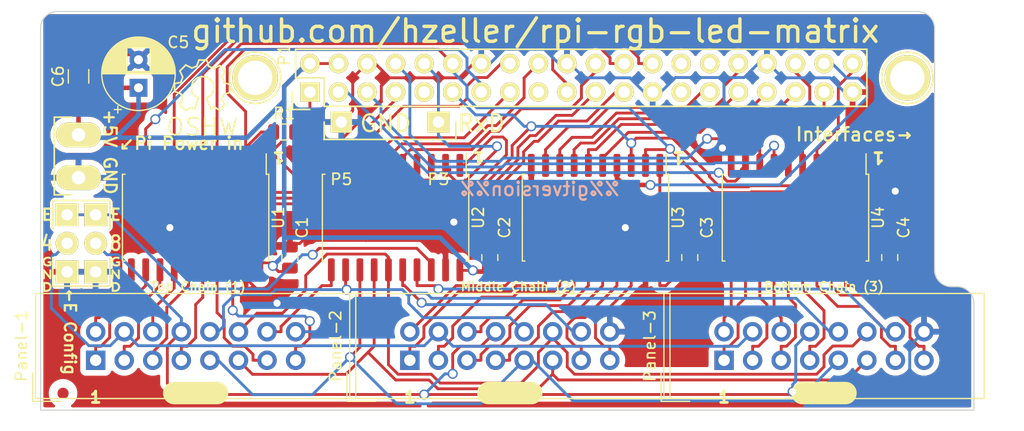
<source format=kicad_pcb>
(kicad_pcb (version 20221018) (generator pcbnew)
  (layers (0 "F.Cu" signal) (31 "B.Cu" signal) (34 "B.Paste" user) (35 "F.Paste" user) (36 "B.SilkS" user "B.Silkscreen") (37 "F.SilkS" user "F.Silkscreen") (38 "B.Mask" user) (39 "F.Mask" user) (44 "Edge.Cuts" user))
  (net 0 "")
  (net 1 "VCC")
  (net 2 "GND")
  (net 3 "p2_g1")
  (net 4 "p2_b1")
  (net 5 "strobe")
  (net 6 "p2_r1")
  (net 7 "p2_r2")
  (net 8 "p0_r1")
  (net 9 "p0_g1")
  (net 10 "OE")
  (net 11 "p0_b1")
  (net 12 "p0_r2")
  (net 13 "p0_g2")
  (net 14 "row_D")
  (net 15 "row_C")
  (net 16 "p0_b2")
  (net 17 "clock")
  (net 18 "row_B")
  (net 19 "row_A")
  (net 20 "p1_g1")
  (net 21 "p1_b1")
  (net 22 "p1_r1")
  (net 23 "p1_g2")
  (net 24 "p1_r2")
  (net 25 "p2_g2")
  (net 26 "p1_b2")
  (net 27 "p2_b2")
  (net 28 "p0_r1_buff")
  (net 29 "p0_g1_buff")
  (net 30 "p0_b1_buff")
  (net 31 "p0_r2_buff")
  (net 32 "p0_g2_buff")
  (net 33 "p0_b2_buff")
  (net 34 "row_A_buff")
  (net 35 "row_B_buff")
  (net 36 "row_C_buff")
  (net 37 "row_D_buff")
  (net 38 "clock_buff_0")
  (net 39 "strobe_buff_0")
  (net 40 "OE_buff_0")
  (net 41 "p1_r1_buff")
  (net 42 "p1_g1_buff")
  (net 43 "p1_b1_buff")
  (net 44 "p1_r2_buff")
  (net 45 "p1_g2_buf")
  (net 46 "p1_b2_buff")
  (net 47 "clock_buff_1")
  (net 48 "strobe_buff_1")
  (net 49 "OE_buff_1")
  (net 50 "p2_r1_buff")
  (net 51 "p2_g1_buff")
  (net 52 "p2_b1_buff")
  (net 53 "p2_r2_buff")
  (net 54 "p2_g2_buf")
  (net 55 "p2_b2_buff")
  (net 56 "clock_buff_2")
  (net 57 "strobe_buff_2")
  (net 58 "OE_buff_2")
  (net 59 "Net-(P1-Pad1)")
  (net 60 "row_E")
  (net 61 "Net-(P6-Pad1)")
  (net 62 "Sel-Pin4")
  (net 63 "Sel-Pin8")
  (net 64 "Net-(P1-Pad9)")
  (net 65 "Net-(P1-Pad17)")
  (net 66 "Net-(P1-Pad27)")
  (net 67 "Net-(P1-Pad28)")
  (net 68 "Net-(P1-Pad30)")
  (footprint "Capacitor_SMD:C_0805_2012Metric" (layer "F.Cu") (at 106.172 57.912 90)
    (fp_text reference "C1")
    (fp_text value "100n")
  )
  (footprint "Capacitor_SMD:C_0805_2012Metric" (layer "F.Cu") (at 123.952 57.912 90)
    (fp_text reference "C2")
    (fp_text value "100n")
  )
  (footprint "Capacitor_SMD:C_0805_2012Metric" (layer "F.Cu") (at 141.732 57.912 90)
    (fp_text reference "C3")
    (fp_text value "100n")
  )
  (footprint "Pin_Headers:Pin_Header_Straight_2x20" (layer "F.Cu") (at 107.95 43.18 90)
    (fp_text reference "P1")
    (fp_text value "CONN_02X20" hide)
  )
  (footprint "Connector_IDC:IDC-Header_2x08_P2.54mm_Vertical" (layer "F.Cu") (at 88.9 67.056 90)
    (fp_text reference "Panel-1")
    (fp_text value "CONN_02X08")
  )
  (footprint "Connector_IDC:IDC-Header_2x08_P2.54mm_Vertical" (layer "F.Cu") (at 116.84 67.056 90)
    (fp_text reference "Panel-2")
    (fp_text value "CONN_02X08")
  )
  (footprint "Connector_IDC:IDC-Header_2x08_P2.54mm_Vertical" (layer "F.Cu") (at 144.78 67.056 90)
    (fp_text reference "Panel-3")
    (fp_text value "CONN_02X08")
  )
  (footprint "Connect:1pin" (layer "F.Cu") (at 103.08 41.91)
    (fp_text reference "P20" hide)
    (fp_text value "CONN_01X01" hide)
  )
  (footprint "Connect:1pin" (layer "F.Cu") (at 161.08 41.91)
    (fp_text reference "P21" hide)
    (fp_text value "CONN_01X01" hide)
  )
  (footprint "Resistor_SMD:R_0805_2012Metric" (layer "F.Cu") (at 105.664 46.736)
    (fp_text reference "R1")
    (fp_text value "10k")
  )
  (footprint "Pin_Headers:Pin_Header_Straight_1x01" (layer "F.Cu") (at 110.744 45.847 180)
    (fp_text reference "P5")
    (fp_text value "GND")
  )
  (footprint "Capacitor_THT:CP_Radial_D6.3mm_P2.50mm" (layer "F.Cu") (at 92.71 42.799 90)
    (fp_text reference "C5")
    (fp_text value "22u")
  )
  (footprint "Pin_Headers:Pin_Header_Straight_1x01" (layer "F.Cu") (at 119.38 45.847 180)
    (fp_text reference "P3")
    (fp_text value "RxD")
  )
  (footprint "Capacitor_SMD:C_1206_3216Metric" (layer "F.Cu") (at 87.376 41.783 90)
    (fp_text reference "C6")
    (fp_text value "22u")
  )
  (footprint "Fiducials:Fiducial_1mm_Dia_2.54mm_Outer_CopperTop" (layer "F.Cu") (at 86 70)
    (fp_text reference "REF**" hide)
    (fp_text value "BottomLeft")
  )
  (footprint "Pin_Headers:Pin_Header_Straight_1x01" (layer "F.Cu") (at 87.376 46.99 90)
    (fp_text reference "P2" hide)
    (fp_text value "+5V")
  )
  (footprint "Pin_Headers:Pin_Header_Straight_1x01" (layer "F.Cu") (at 87.376 50.8 90)
    (fp_text reference "P4" hide)
    (fp_text value "GND")
  )
  (footprint "Pin_Headers:Pin_Header_Straight_1x02" (layer "F.Cu") (at 86.36 54.102 90)
    (fp_text reference "P6" hide)
    (fp_text value "CONN_01X02" hide)
  )
  (footprint "Pin_Headers:Pin_Header_Straight_1x02" (layer "F.Cu") (at 86.36 56.642 90)
    (fp_text reference "P7" hide)
    (fp_text value "CONN_02X01" hide)
  )
  (footprint "Pin_Headers:Pin_Header_Straight_1x02" (layer "F.Cu") (at 86.36 59.182 90)
    (fp_text reference "P8" hide)
    (fp_text value "CONN_01X02" hide)
  )
  (footprint "Package_SO:SOIC-20W_7.5x12.8mm_P1.27mm" (layer "F.Cu") (at 97.79 54.356 -90)
    (fp_text reference "U1")
    (fp_text value "74HCT245")
  )
  (footprint "Package_SO:SOIC-20W_7.5x12.8mm_P1.27mm" (layer "F.Cu") (at 115.57 54.356 -90)
    (fp_text reference "U2")
    (fp_text value "74HCT245")
  )
  (footprint "Package_SO:SOIC-20W_7.5x12.8mm_P1.27mm" (layer "F.Cu") (at 133.35 54.356 -90)
    (fp_text reference "U3")
    (fp_text value "74HCT245")
  )
  (footprint "Package_SO:SOIC-20W_7.5x12.8mm_P1.27mm" (layer "F.Cu") (at 151.13 54.356 -90)
    (fp_text reference "U4")
    (fp_text value "74HCT245")
  )
  (footprint "Fiducials:Fiducial_1mm_Dia_2.54mm_Outer_CopperTop" (layer "F.Cu") (at 161.7 38)
    (fp_text reference "REF**" hide)
    (fp_text value "TopRight")
  )
  (footprint "Symbols:Symbol_OSHW-Logo_SilkScreen" (layer "F.Cu") (at 98.4 42.8)
    (fp_text reference "REF**" hide)
    (fp_text value "Symbol_OSHW-Logo_SilkScreen" hide)
  )
  (footprint "Capacitor_SMD:C_0805_2012Metric" (layer "F.Cu") (at 159.512 57.912 90)
    (fp_text reference "C4")
    (fp_text value "100n")
  )
  (gr_line (start 151.765 69.977) (end 155.575 69.977) (stroke (width 2)) (layer "F.SilkS"))
  (gr_line (start 95.885 69.977) (end 99.695 69.977) (stroke (width 2)) (layer "F.SilkS"))
  (gr_line (start 123.825 69.977) (end 127.635 69.977) (stroke (width 2)) (layer "F.SilkS"))
  (gr_line (start 84 71.5) (end 84 37.5) (stroke (width 0.1)) (layer "Edge.Cuts"))
  (gr_line (start 167 71.5) (end 84 71.5) (stroke (width 0.1)) (layer "Edge.Cuts"))
  (gr_line (start 167 62) (end 167 71.5) (stroke (width 0.1)) (layer "Edge.Cuts"))
  (gr_line (start 165 60.5) (end 165.5 60.5) (stroke (width 0.1)) (layer "Edge.Cuts"))
  (gr_line (start 85.5 36) (end 162 36) (stroke (width 0.1)) (layer "Edge.Cuts"))
  (gr_arc (start 165.5 60.5) (mid 166.56066 60.93934) (end 167 62) (stroke (width 0.1)) (layer "Edge.Cuts"))
  (gr_arc (start 162 36) (mid 163.06066 36.43934) (end 163.5 37.5) (stroke (width 0.1)) (layer "Edge.Cuts"))
  (gr_arc (start 165 60.5) (mid 163.93934 60.06066) (end 163.5 59) (stroke (width 0.1)) (layer "Edge.Cuts"))
  (gr_arc (start 84 37.5) (mid 84.43934 36.43934) (end 85.5 36) (stroke (width 0.1)) (layer "Edge.Cuts"))
  (gr_line (start 163.5 37.5) (end 163.5 59) (stroke (width 0.1)) (layer "Edge.Cuts"))
  (gr_text "%%gitversion%%" (at 135.636 51.816) (layer "B.SilkS") (effects (font (size 1.2 1.2) (thickness 0.2)) (justify left mirror)))
  (gr_text "8" (at 90.678 56.642) (layer "F.SilkS") (effects (font (size 1.3 1.1) (thickness 0.2))))
  (gr_text "↙Pi Power in" (at 96.5 47.75) (layer "F.SilkS") (effects (font (size 1.1 1.1) (thickness 0.2))))
  (gr_text "←E Config" (at 86.614 64.516 270) (layer "F.SilkS") (effects (font (size 1 1) (thickness 0.2))))
  (gr_text "E" (at 84.582 54.102) (layer "F.SilkS") (effects (font (size 1 1) (thickness 0.2))))
  (gr_text "G\nN\nD" (at 84.582 59.436) (layer "F.SilkS") (effects (font (size 0.7 1) (thickness 0.175))))
  (gr_text "E" (at 90.678 54.102) (layer "F.SilkS") (effects (font (size 1 1) (thickness 0.2))))
  (gr_text "G\nN\nD" (at 90.678 59.436) (layer "F.SilkS") (effects (font (size 0.7 1) (thickness 0.175))))
  (gr_text "github.com/hzeller/rpi-rgb-led-matrix" (at 128 37.75) (layer "F.SilkS") (effects (font (size 2 2) (thickness 0.3))))
  (gr_text "Top Chain (1)" (at 98 60.5) (layer "F.SilkS") (effects (font (size 0.8 0.8))))
  (gr_text "Middle Chain (2)" (at 126.492 60.5) (layer "F.SilkS") (effects (font (size 0.8 0.8))))
  (gr_text "Interfaces→" (at 161.7 46.95) (layer "F.SilkS") (effects (font (size 1.2 1.2) (thickness 0.2)) (justify right)))
  (gr_text "1" (at 88.9 70.358) (layer "F.SilkS") (effects (font (size 1 1) (thickness 0.25))))
  (gr_text "1" (at 140.716 49.022 180) (layer "F.SilkS") (effects (font (size 1 1) (thickness 0.25))))
  (gr_text "1" (at 116.84 70.358) (layer "F.SilkS") (effects (font (size 1 1) (thickness 0.25))))
  (gr_text "1" (at 158.496 49.022 180) (layer "F.SilkS") (effects (font (size 1 1) (thickness 0.25))))
  (gr_text "1" (at 144.78 70.358) (layer "F.SilkS") (effects (font (size 1 1) (thickness 0.25))))
  (gr_text "Bottom Chain (3)\n" (at 153.67 60.5) (layer "F.SilkS") (effects (font (size 0.8 0.8))))
  (gr_text "4\n" (at 84.582 56.642) (layer "F.SilkS") (effects (font (size 1.3 1.1) (thickness 0.2))))
  (gr_text "1" (at 105.156 49.022 180) (layer "F.SilkS") (effects (font (size 1 1) (thickness 0.25))))
  (gr_text "1" (at 122.936 49.022 180) (layer "F.SilkS") (effects (font (size 1 1) (thickness 0.25))))
  (gr_text "+5V GND" (at 90.17 48.514 270) (layer "F.SilkS") (effects (font (size 1.1 1.1) (thickness 0.2))))
  (segment (start 88.36 42.799) (end 87.376 43.783) (width 0.4064) (layer "F.Cu") (net 1))
  (segment (start 122.554 59.162) (end 124.48 59.162) (width 0.4064) (layer "F.Cu") (net 1))
  (segment (start 129.54 54.102) (end 124.48 59.162) (width 0.4064) (layer "F.Cu") (net 1))
  (segment (start 129.54 54.102) (end 139.192 54.102) (width 0.4064) (layer "F.Cu") (net 1))
  (segment (start 156.845 54.229) (end 156.718 54.102) (width 0.254) (layer "F.Cu") (net 1))
  (segment (start 156.845 53.975) (end 156.718 54.102) (width 0.254) (layer "F.Cu") (net 1))
  (segment (start 143.022 59.162) (end 143.256 58.928) (width 0.254) (layer "F.Cu") (net 1))
  (segment (start 143.256 58.928) (end 143.256 54.102) (width 0.254) (layer "F.Cu") (net 1))
  (segment (start 143.256 54.102) (end 156.718 54.102) (width 0.4064) (layer "F.Cu") (net 1))
  (segment (start 139.065 54.102) (end 139.192 54.102) (width 0.254) (layer "F.Cu") (net 1))
  (segment (start 139.192 54.102) (end 143.256 54.102) (width 0.4064) (layer "F.Cu") (net 1))
  (segment (start 92.71 42.799) (end 88.36 42.799) (width 0.4064) (layer "F.Cu") (net 1))
  (segment (start 122.448 59.056) (end 122.8397 59.056) (width 0.254) (layer "F.Cu") (net 1))
  (segment (start 123.952 59.162) (end 122.9457 59.162) (width 0.254) (layer "F.Cu") (net 1))
  (segment (start 121.715258 49.656) (end 124.190759 47.180499) (width 0.254) (layer "F.Cu") (net 1))
  (segment (start 106.172 59.162) (end 105.1657 59.162) (width 0.254) (layer "F.Cu") (net 1))
  (segment (start 121.285 59.056) (end 122.448 59.056) (width 0.254) (layer "F.Cu") (net 1))
  (segment (start 156.845 51.0123) (end 156.845 53.975) (width 0.254) (layer "F.Cu") (net 1))
  (segment (start 156.845 49.656) (end 156.845 51.0123) (width 0.254) (layer "F.Cu") (net 1))
  (segment (start 156.845 58.3778) (end 156.845 57.6997) (width 0.254) (layer "F.Cu") (net 1))
  (segment (start 107.95 40.64) (end 107.696 40.64) (width 0.4064) (layer "F.Cu") (net 1))
  (segment (start 103.505 59.056) (end 103.505 58.3778) (width 0.254) (layer "F.Cu") (net 1))
  (segment (start 124.190759 47.180499) (end 125.110241 47.180499) (width 0.254) (layer "F.Cu") (net 1))
  (segment (start 125.429959 48.765783) (end 122.575721 51.620021) (width 0.254) (layer "F.Cu") (net 1))
  (segment (start 142.7383 59.162) (end 143.022 59.162) (width 0.254) (layer "F.Cu") (net 1))
  (segment (start 139.065 51.0123) (end 139.065 54.102) (width 0.254) (layer "F.Cu") (net 1))
  (segment (start 107.696 40.64) (end 105.664 42.672) (width 0.4064) (layer "F.Cu") (net 1))
  (segment (start 157.7215 58.3778) (end 158.5057 59.162) (width 0.254) (layer "F.Cu") (net 1))
  (segment (start 122.8397 59.056) (end 122.9457 59.162) (width 0.254) (layer "F.Cu") (net 1))
  (segment (start 139.065 59.056) (end 139.065 60.4123) (width 0.254) (layer "F.Cu") (net 1))
  (segment (start 87.376 43.783) (end 87.376 47.244) (width 0.4064) (layer "F.Cu") (net 1))
  (segment (start 140.7257 59.2878) (end 140.7257 59.162) (width 0.254) (layer "F.Cu") (net 1))
  (segment (start 105.664 42.672) (end 105.664 47.382046) (width 0.254) (layer "F.Cu") (net 1))
  (segment (start 111.814621 51.620021) (end 111.7564 51.5618) (width 0.254) (layer "F.Cu") (net 1))
  (segment (start 104.6595 58.6558) (end 105.1657 59.162) (width 0.254) (layer "F.Cu") (net 1))
  (segment (start 141.732 59.162) (end 142.7383 59.162) (width 0.254) (layer "F.Cu") (net 1))
  (segment (start 156.845 57.6997) (end 156.845 54.229) (width 0.254) (layer "F.Cu") (net 1))
  (segment (start 139.6012 60.4123) (end 140.7257 59.2878) (width 0.254) (layer "F.Cu") (net 1))
  (segment (start 139.065 60.4123) (end 139.6012 60.4123) (width 0.254) (layer "F.Cu") (net 1))
  (segment (start 159.512 59.162) (end 158.5057 59.162) (width 0.254) (layer "F.Cu") (net 1))
  (segment (start 125.429959 47.500217) (end 125.429959 48.765783) (width 0.254) (layer "F.Cu") (net 1))
  (segment (start 104.3815 58.3778) (end 104.6595 58.6558) (width 0.254) (layer "F.Cu") (net 1))
  (segment (start 156.845 59.056) (end 156.845 58.3778) (width 0.254) (layer "F.Cu") (net 1))
  (segment (start 156.845 58.3778) (end 157.7215 58.3778) (width 0.254) (layer "F.Cu") (net 1))
  (segment (start 105.664 47.382046) (end 104.5845 48.461546) (width 0.254) (layer "F.Cu") (net 1))
  (segment (start 111.7564 51.5618) (end 107.5698 51.5618) (width 0.254) (layer "F.Cu") (net 1))
  (segment (start 103.505 58.3778) (end 104.3815 58.3778) (width 0.254) (layer "F.Cu") (net 1))
  (segment (start 104.5845 48.461546) (end 104.5845 48.5765) (width 0.254) (layer "F.Cu") (net 1))
  (segment (start 122.448 59.056) (end 122.554 59.162) (width 0.4064) (layer "F.Cu") (net 1))
  (segment (start 104.5845 48.5765) (end 103.505 49.656) (width 0.4064) (layer "F.Cu") (net 1))
  (segment (start 122.575721 51.620021) (end 111.814621 51.620021) (width 0.254) (layer "F.Cu") (net 1))
  (segment (start 107.95 40.64) (end 110.49 40.64) (width 0.254) (layer "F.Cu") (net 1))
  (segment (start 141.732 59.162) (end 140.7257 59.162) (width 0.254) (layer "F.Cu") (net 1))
  (segment (start 107.5698 51.5618) (end 104.5845 48.5765) (width 0.254) (layer "F.Cu") (net 1))
  (segment (start 125.110241 47.180499) (end 125.429959 47.500217) (width 0.254) (layer "F.Cu") (net 1))
  (segment (start 139.065 49.656) (end 139.065 51.0123) (width 0.254) (layer "F.Cu") (net 1))
  (segment (start 121.285 49.656) (end 121.715258 49.656) (width 0.254) (layer "F.Cu") (net 1))
  (via (at 104.6595 58.6558) (size 0.889) (drill 0.635) (layers "F.Cu" "B.Cu") (net 1))
  (via (at 122.448 59.056) (size 0.889) (drill 0.635) (layers "F.Cu" "B.Cu") (net 1))
  (segment (start 92.71 45.212) (end 90.678 47.244) (width 0.4064) (layer "B.Cu") (net 1))
  (segment (start 90.678 47.244) (end 90.805 47.117) (width 0.4064) (layer "B.Cu") (net 1))
  (segment (start 90.805 47.117) (end 90.805 47.244) (width 0.4064) (layer "B.Cu") (net 1))
  (segment (start 90.805 47.244) (end 102.362 47.244) (width 0.4064) (layer "B.Cu") (net 1))
  (segment (start 105.664 57.6513) (end 105.664 56.134) (width 0.4064) (layer "B.Cu") (net 1))
  (segment (start 105.664 42.672) (end 107.188 41.148) (width 0.4064) (layer "B.Cu") (net 1))
  (segment (start 107.188 41.148) (end 107.442 41.148) (width 0.4064) (layer "B.Cu") (net 1))
  (segment (start 107.442 41.148) (end 107.95 40.64) (width 0.4064) (layer "B.Cu") (net 1))
  (segment (start 119.526 56.134) (end 105.664 56.134) (width 0.4064) (layer "B.Cu") (net 1))
  (segment (start 105.664 56.134) (end 105.664 47.244) (width 0.4064) (layer "B.Cu") (net 1))
  (segment (start 105.664 47.244) (end 105.664 43.942) (width 0.4064) (layer "B.Cu") (net 1))
  (segment (start 102.362 47.244) (end 105.664 43.942) (width 0.4064) (layer "B.Cu") (net 1))
  (segment (start 105.664 43.942) (end 105.664 42.672) (width 0.4064) (layer "B.Cu") (net 1))
  (segment (start 92.71 42.799) (end 92.71 45.212) (width 0.4064) (layer "B.Cu") (net 1))
  (segment (start 89.662 47.244) (end 90.805 47.244) (width 0.4064) (layer "B.Cu") (net 1))
  (segment (start 87.376 47.244) (end 89.662 47.244) (width 0.4064) (layer "B.Cu") (net 1))
  (segment (start 104.6595 58.6558) (end 105.664 57.6513) (width 0.4064) (layer "B.Cu") (net 1))
  (segment (start 122.448 59.056) (end 119.526 56.134) (width 0.4064) (layer "B.Cu") (net 1))
  (segment (start 92.075 54.5) (end 92.075 51.0123) (width 0.254) (layer "F.Cu") (net 2))
  (segment (start 94.75 54.5) (end 95.5 55.25) (width 0.4064) (layer "F.Cu") (net 2))
  (segment (start 159.512 52) (end 159.512 56.662) (width 0.254) (layer "F.Cu") (net 2))
  (segment (start 113.7591 40.64) (end 113.03 40.64) (width 0.254) (layer "F.Cu") (net 2))
  (segment (start 122.4997 40.64) (end 121.9451 41.1946) (width 0.254) (layer "F.Cu") (net 2))
  (segment (start 92.194 39.783) (end 92.71 40.299) (width 0.4064) (layer "F.Cu") (net 2))
  (segment (start 111.76 41.91) (end 111.76 44.831) (width 0.254) (layer "F.Cu") (net 2))
  (segment (start 111.76 44.831) (end 110.744 45.847) (width 0.254) (layer "F.Cu") (net 2))
  (segment (start 106.172 56.662) (end 103.2727 56.662) (width 0.254) (layer "F.Cu") (net 2))
  (segment (start 87.376 39.783) (end 92.194 39.783) (width 0.4064) (layer "F.Cu") (net 2))
  (segment (start 103.2727 56.662) (end 102.235 57.6997) (width 0.254) (layer "F.Cu") (net 2))
  (segment (start 102.235 59.731) (end 104.48 61.976) (width 0.254) (layer "F.Cu") (net 2))
  (segment (start 122.55 56.55) (end 120.75 54.75) (width 0.4064) (layer "F.Cu") (net 2))
  (segment (start 102.235 59.056) (end 102.235 59.731) (width 0.254) (layer "F.Cu") (net 2))
  (segment (start 92.075 57.1913) (end 92.075 54.5) (width 0.254) (layer "F.Cu") (net 2))
  (segment (start 113.7591 40.64) (end 114.2749 41.1558) (width 0.254) (layer "F.Cu") (net 2))
  (segment (start 121.2297 41.91) (end 115.0291 41.91) (width 0.254) (layer "F.Cu") (net 2))
  (segment (start 124.9583 53.689) (end 124.9583 56.662) (width 0.254) (layer "F.Cu") (net 2))
  (segment (start 137.412 56.662) (end 137.412 58.623) (width 0.4064) (layer "F.Cu") (net 2))
  (segment (start 159.512 47.7269) (end 159.512 52) (width 0.254) (layer "F.Cu") (net 2))
  (segment (start 109.855 49.656) (end 109.855 48.2997) (width 0.254) (layer "F.Cu") (net 2))
  (segment (start 114.3 43.8547) (end 114.3 42.6391) (width 0.254) (layer "F.Cu") (net 2))
  (segment (start 120.015 59.056) (end 120.015 57.6997) (width 0.254) (layer "F.Cu") (net 2))
  (segment (start 127.635 49.656) (end 127.635 51.0123) (width 0.254) (layer "F.Cu") (net 2))
  (segment (start 137.4788 60.4123) (end 137.795 60.4123) (width 0.254) (layer "F.Cu") (net 2))
  (segment (start 92.075 54.5) (end 94.75 54.5) (width 0.4064) (layer "F.Cu") (net 2))
  (segment (start 156.21 44.4249) (end 159.512 47.7269) (width 0.254) (layer "F.Cu") (net 2))
  (segment (start 104.48 61.976) (end 105.029 61.976) (width 0.254) (layer "F.Cu") (net 2))
  (segment (start 159.512 56.9745) (end 160.66921 58.13171) (width 0.4064) (layer "F.Cu") (net 2))
  (segment (start 123.952 56.662) (end 124.9583 56.662) (width 0.254) (layer "F.Cu") (net 2))
  (segment (start 122.9206 56.662) (end 122.90375 56.67885) (width 0.4064) (layer "F.Cu") (net 2))
  (segment (start 122.67885 56.67885) (end 122.55 56.55) (width 0.4064) (layer "F.Cu") (net 2))
  (segment (start 114.3 42.6391) (end 115.0291 41.91) (width 0.254) (layer "F.Cu") (net 2))
  (segment (start 123.19 40.64) (end 122.4997 40.64) (width 0.254) (layer "F.Cu") (net 2))
  (segment (start 112.924863 56.387991) (end 112.920851 56.383979) (width 0.254) (layer "F.Cu") (net 2))
  (segment (start 160.66921 59.91921) (end 161.125 60.375) (width 0.4064) (layer "F.Cu") (net 2))
  (segment (start 121.9451 41.1946) (end 121.2297 41.91) (width 0.254) (layer "F.Cu") (net 2))
  (segment (start 155.575 59.056) (end 155.575 60.4123) (width 0.254) (layer "F.Cu") (net 2))
  (segment (start 156.21 43.18) (end 156.21 44.4249) (width 0.254) (layer "F.Cu") (net 2))
  (segment (start 107.051 56.662) (end 106.172 56.662) (width 0.254) (layer "F.Cu") (net 2))
  (segment (start 118.703291 56.387991) (end 112.924863 56.387991) (width 0.254) (layer "F.Cu") (net 2))
  (segment (start 92.075 57.1913) (end 101.7266 57.1913) (width 0.254) (layer "F.Cu") (net 2))
  (segment (start 122.387991 56.387991) (end 122.55 56.55) (width 0.4064) (layer "F.Cu") (net 2))
  (segment (start 112.920851 56.383979) (end 107.329021 56.383979) (width 0.254) (layer "F.Cu") (net 2))
  (segment (start 137.795 58.5049) (end 137.795 59.056) (width 0.254) (layer "F.Cu") (net 2))
  (segment (start 92.075 49.656) (end 92.075 51.0123) (width 0.254) (layer "F.Cu") (net 2))
  (segment (start 114.2749 41.1558) (end 115.0291 41.91) (width 0.254) (layer "F.Cu") (net 2))
  (segment (start 113.03 40.64) (end 111.76 41.91) (width 0.254) (layer "F.Cu") (net 2))
  (segment (start 161.125 60.375) (end 162.56 61.81) (width 0.4064) (layer "F.Cu") (net 2))
  (segment (start 161.0877 60.4123) (end 161.125 60.375) (width 0.254) (layer "F.Cu") (net 2))
  (segment (start 118.703291 56.387991) (end 122.387991 56.387991) (width 0.4064) (layer "F.Cu") (net 2))
  (segment (start 141.732 56.662) (end 137.412 56.662) (width 0.4064) (layer "F.Cu") (net 2))
  (segment (start 109.855 48.2997) (end 114.3 43.8547) (width 0.254) (layer "F.Cu") (net 2))
  (segment (start 144.7741 48.2997) (end 145.415 48.2997) (width 0.254) (layer "F.Cu") (net 2))
  (segment (start 137.412 58.623) (end 137.795 59.006) (width 0.4064) (layer "F.Cu") (net 2))
  (segment (start 134.62 64.516) (end 134.62 63.2711) (width 0.254) (layer "F.Cu") (net 2))
  (segment (start 107.329021 56.383979) (end 107.051 56.662) (width 0.254) (layer "F.Cu") (net 2))
  (segment (start 137.795 59.056) (end 137.795 60.4123) (width 0.254) (layer "F.Cu") (net 2))
  (segment (start 162.56 61.81) (end 162.56 64.516) (width 0.4064) (layer "F.Cu") (net 2))
  (segment (start 145.415 49.656) (end 145.415 48.2997) (width 0.254) (layer "F.Cu") (net 2))
  (segment (start 134.62 63.2711) (end 137.4788 60.4123) (width 0.254) (layer "F.Cu") (net 2))
  (segment (start 160.66921 58.13171) (end 160.66921 59.91921) (width 0.4064) (layer "F.Cu") (net 2))
  (segment (start 123.952 56.662) (end 122.9206 56.662) (width 0.4064) (layer "F.Cu") (net 2))
  (segment (start 122.90375 56.67885) (end 122.67885 56.67885) (width 0.4064) (layer "F.Cu") (net 2))
  (segment (start 120.015 57.6997) (end 118.703291 56.387991) (width 0.254) (layer "F.Cu") (net 2))
  (segment (start 137.412 56.662) (end 136 55.25) (width 0.4064) (layer "F.Cu") (net 2))
  (segment (start 102.235 59.056) (end 102.235 57.6997) (width 0.254) (layer "F.Cu") (net 2))
  (segment (start 101.7266 57.1913) (end 102.235 57.6997) (width 0.254) (layer "F.Cu") (net 2))
  (segment (start 155.575 60.4123) (end 161.0877 60.4123) (width 0.254) (layer "F.Cu") (net 2))
  (segment (start 159.512 52) (end 160 52) (width 0.254) (layer "F.Cu") (net 2))
  (segment (start 127.635 51.0123) (end 124.9583 53.689) (width 0.254) (layer "F.Cu") (net 2))
  (segment (start 144.6344 48.16) (end 144.7741 48.2997) (width 0.254) (layer "F.Cu") (net 2))
  (via (at 120.75 54.75) (size 0.889) (drill 0.635) (layers "F.Cu" "B.Cu") (net 2))
  (via (at 136 55.25) (size 0.889) (drill 0.635) (layers "F.Cu" "B.Cu") (net 2))
  (via (at 95.5 55.25) (size 0.889) (drill 0.635) (layers "F.Cu" "B.Cu") (net 2))
  (via (at 160 52) (size 0.889) (drill 0.635) (layers "F.Cu" "B.Cu") (net 2))
  (via (at 144.6344 48.16) (size 0.889) (drill 0.635) (layers "F.Cu" "B.Cu") (net 2))
  (via (at 105.029 61.976) (size 0.889) (drill 0.635) (layers "F.Cu" "B.Cu") (net 2))
  (segment (start 123.9681 40.64) (end 123.19 40.64) (width 0.254) (layer "B.Cu") (net 2))
  (segment (start 136.398 41.91) (end 136.4309 41.91) (width 0.254) (layer "B.Cu") (net 2))
  (segment (start 137.668 43.18) (end 138.43 43.18) (width 0.254) (layer "B.Cu") (net 2))
  (segment (start 139.1591 43.18) (end 138.43 43.18) (width 0.254) (layer "B.Cu") (net 2))
  (segment (start 154.95645 42.65555) (end 154.9651 42.6642) (width 0.254) (layer "B.Cu") (net 2))
  (segment (start 155.4809 43.18) (end 156.21 43.18) (width 0.254) (layer "B.Cu") (net 2))
  (segment (start 129.55645 40.11555) (end 129.5651 40.1242) (width 0.254) (layer "B.Cu") (net 2))
  (segment (start 130.0809 40.64) (end 130.81 40.64) (width 0.254) (layer "B.Cu") (net 2))
  (segment (start 147.812 40.64) (end 148.59 40.64) (width 0.254) (layer "B.Cu") (net 2))
  (segment (start 105.657617 61.976) (end 107.95 61.976) (width 0.254) (layer "B.Cu") (net 2))
  (segment (start 154.95645 42.65555) (end 155.4809 43.18) (width 0.254) (layer "B.Cu") (net 2))
  (segment (start 106.68 64.516) (end 108.966 64.516) (width 0.254) (layer "B.Cu") (net 2))
  (segment (start 105.029 61.976) (end 105.657617 61.976) (width 0.254) (layer "B.Cu") (net 2))
  (segment (start 149.987 41.91) (end 154.2109 41.91) (width 0.254) (layer "B.Cu") (net 2))
  (segment (start 161.29 65.786) (end 161.29 69.596) (width 0.254) (layer "B.Cu") (net 2))
  (segment (start 124.4349 40.1732) (end 125.2331 39.375) (width 0.254) (layer "B.Cu") (net 2))
  (segment (start 136.398 41.91) (end 137.668 43.18) (width 0.254) (layer "B.Cu") (net 2))
  (segment (start 129.55645 40.11555) (end 130.0809 40.64) (width 0.254) (layer "B.Cu") (net 2))
  (segment (start 140.4542 41.8849) (end 144.78 41.8849) (width 0.254) (layer "B.Cu") (net 2))
  (segment (start 132.334 41.91) (end 136.398 41.91) (width 0.254) (layer "B.Cu") (net 2))
  (segment (start 108.966 64.516) (end 109.347 64.135) (width 0.254) (layer "B.Cu") (net 2))
  (segment (start 128.8159 39.375) (end 129.55645 40.11555) (width 0.254) (layer "B.Cu") (net 2))
  (segment (start 162.56 64.516) (end 161.315 65.761) (width 0.254) (layer "B.Cu") (net 2))
  (segment (start 147.3451 41.1069) (end 146.5671 41.8849) (width 0.254) (layer "B.Cu") (net 2))
  (segment (start 130.81 40.64) (end 130.937 40.513) (width 0.254) (layer "B.Cu") (net 2))
  (segment (start 146.5671 41.8849) (end 144.78 41.8849) (width 0.254) (layer "B.Cu") (net 2))
  (segment (start 144.78 48.0144) (end 144.6344 48.16) (width 0.254) (layer "B.Cu") (net 2))
  (segment (start 147.812 40.64) (end 147.3451 41.1069) (width 0.254) (layer "B.Cu") (net 2))
  (segment (start 144.78 41.8849) (end 144.78 48.0144) (width 0.254) (layer "B.Cu") (net 2))
  (segment (start 130.937 40.513) (end 132.334 41.91) (width 0.254) (layer "B.Cu") (net 2))
  (segment (start 148.59 40.64) (end 148.6535 40.5765) (width 0.254) (layer "B.Cu") (net 2))
  (segment (start 148.6535 40.5765) (end 149.987 41.91) (width 0.254) (layer "B.Cu") (net 2))
  (segment (start 140.4542 41.8849) (end 139.6749 42.6642) (width 0.254) (layer "B.Cu") (net 2))
  (segment (start 154.2109 41.91) (end 154.95645 42.65555) (width 0.254) (layer "B.Cu") (net 2))
  (segment (start 109.347 64.135) (end 109.347 63.373) (width 0.254) (layer "B.Cu") (net 2))
  (segment (start 148.6535 40.5765) (end 148.717 40.513) (width 0.254) (layer "B.Cu") (net 2))
  (segment (start 139.1591 43.18) (end 139.6749 42.6642) (width 0.254) (layer "B.Cu") (net 2))
  (segment (start 130.937 40.513) (end 131.064 40.386) (width 0.254) (layer "B.Cu") (net 2))
  (segment (start 125.2331 39.375) (end 128.8159 39.375) (width 0.254) (layer "B.Cu") (net 2))
  (segment (start 161.315 65.761) (end 161.29 65.786) (width 0.254) (layer "B.Cu") (net 2))
  (segment (start 107.95 61.976) (end 109.347 63.373) (width 0.254) (layer "B.Cu") (net 2))
  (segment (start 123.9681 40.64) (end 124.4349 40.1732) (width 0.254) (layer "B.Cu") (net 2))
  (segment (start 146.685 49.706) (end 146.31429 50.07671) (width 0.254) (layer "F.Cu") (net 3))
  (segment (start 145.045046 51.11201) (end 144.754499 50.821463) (width 0.254) (layer "F.Cu") (net 3))
  (segment (start 144.31 50.3507) (end 144.31 50.3996) (width 0.254) (layer "F.Cu") (net 3))
  (segment (start 146.31429 50.07671) (end 146.31429 50.582674) (width 0.254) (layer "F.Cu") (net 3))
  (segment (start 145.784954 51.11201) (end 145.045046 51.11201) (width 0.254) (layer "F.Cu") (net 3))
  (segment (start 146.31429 50.582674) (end 145.784954 51.11201) (width 0.254) (layer "F.Cu") (net 3))
  (segment (start 144.754499 50.821463) (end 144.754499 50.795199) (width 0.254) (layer "F.Cu") (net 3))
  (segment (start 144.754499 50.795199) (end 144.31 50.3507) (width 0.254) (layer "F.Cu") (net 3))
  (via (at 144.31 50.3507) (size 0.889) (drill 0.635) (layers "F.Cu" "B.Cu") (net 3))
  (segment (start 111.2681 43.18) (end 110.49 43.18) (width 0.254) (layer "B.Cu") (net 3))
  (segment (start 111.7349 43.6468) (end 111.76805 43.67995) (width 0.254) (layer "B.Cu") (net 3))
  (segment (start 143.681383 50.3507) (end 144.31 50.3507) (width 0.254) (layer "B.Cu") (net 3))
  (segment (start 111.76805 43.67995) (end 111.2681 43.18) (width 0.254) (layer "B.Cu") (net 3))
  (segment (start 111.76805 43.67995) (end 118.443621 50.355521) (width 0.254) (layer "B.Cu") (net 3))
  (segment (start 125.150089 50.355521) (end 125.15491 50.3507) (width 0.254) (layer "B.Cu") (net 3))
  (segment (start 125.15491 50.3507) (end 143.681383 50.3507) (width 0.254) (layer "B.Cu") (net 3))
  (segment (start 118.443621 50.355521) (end 125.150089 50.355521) (width 0.254) (layer "B.Cu") (net 3))
  (segment (start 149.225 49.656) (end 149.225 47.951) (width 0.254) (layer "F.Cu") (net 4))
  (via (at 149.225 47.951) (size 0.889) (drill 0.635) (layers "F.Cu" "B.Cu") (net 4))
  (segment (start 125.346876 49.5673) (end 125.066665 49.847511) (width 0.254) (layer "B.Cu") (net 4))
  (segment (start 114.2749 44.4249) (end 113.893599 44.043599) (width 0.254) (layer "B.Cu") (net 4))
  (segment (start 114.2749 45.3774) (end 114.2749 44.4249) (width 0.254) (layer "B.Cu") (net 4))
  (segment (start 118.745011 49.847511) (end 114.2749 45.3774) (width 0.254) (layer "B.Cu") (net 4))
  (segment (start 149.225 47.951) (end 147.6999 49.4761) (width 0.254) (layer "B.Cu") (net 4))
  (segment (start 147.6999 49.4761) (end 143.968 49.4761) (width 0.254) (layer "B.Cu") (net 4))
  (segment (start 143.968 49.4761) (end 143.8768 49.5673) (width 0.254) (layer "B.Cu") (net 4))
  (segment (start 125.066665 49.847511) (end 118.745011 49.847511) (width 0.254) (layer "B.Cu") (net 4))
  (segment (start 113.893599 44.043599) (end 113.03 43.18) (width 0.254) (layer "B.Cu") (net 4))
  (segment (start 143.8768 49.5673) (end 125.346876 49.5673) (width 0.254) (layer "B.Cu") (net 4))
  (segment (start 115.57 43.8547) (end 115.57 43.18) (width 0.254) (layer "F.Cu") (net 5))
  (segment (start 118.0377 51.0123) (end 118.745 51.0123) (width 0.254) (layer "F.Cu") (net 5))
  (segment (start 114.95485 44.46985) (end 111.125 48.2997) (width 0.254) (layer "F.Cu") (net 5))
  (segment (start 118.745 49.656) (end 118.745 51.0123) (width 0.254) (layer "F.Cu") (net 5))
  (segment (start 117.475 51.0123) (end 118.0377 51.0123) (width 0.254) (layer "F.Cu") (net 5))
  (segment (start 114.95485 44.46985) (end 115.57 43.8547) (width 0.254) (layer "F.Cu") (net 5))
  (segment (start 117.475 49.656) (end 117.475 51.0123) (width 0.254) (layer "F.Cu") (net 5))
  (segment (start 112.025046 51.11201) (end 117.93799 51.11201) (width 0.254) (layer "F.Cu") (net 5))
  (segment (start 114.9998 44.4249) (end 114.95485 44.46985) (width 0.254) (layer "F.Cu") (net 5))
  (segment (start 111.125 48.2997) (end 111.125 51.0123) (width 0.254) (layer "F.Cu") (net 5))
  (segment (start 111.125 51.0123) (end 111.925336 51.0123) (width 0.254) (layer "F.Cu") (net 5))
  (segment (start 111.925336 51.0123) (end 112.025046 51.11201) (width 0.254) (layer "F.Cu") (net 5))
  (segment (start 117.93799 51.11201) (end 118.0377 51.0123) (width 0.254) (layer "F.Cu") (net 5))
  (segment (start 147.955 49.656) (end 147.955 48.2997) (width 0.254) (layer "F.Cu") (net 6))
  (segment (start 146.9874 47.3321) (end 143.2704 47.3321) (width 0.254) (layer "F.Cu") (net 6))
  (segment (start 147.955 48.2997) (end 146.9874 47.3321) (width 0.254) (layer "F.Cu") (net 6))
  (via (at 143.2704 47.3321) (size 0.889) (drill 0.635) (layers "F.Cu" "B.Cu") (net 6))
  (segment (start 125.136842 49.0589) (end 141.5436 49.0589) (width 0.254) (layer "B.Cu") (net 6))
  (segment (start 142.825901 47.776599) (end 143.2704 47.3321) (width 0.254) (layer "B.Cu") (net 6))
  (segment (start 124.856241 49.339501) (end 125.136842 49.0589) (width 0.254) (layer "B.Cu") (net 6))
  (segment (start 119.189501 49.339501) (end 124.856241 49.339501) (width 0.254) (layer "B.Cu") (net 6))
  (segment (start 116.84 46.99) (end 119.189501 49.339501) (width 0.254) (layer "B.Cu") (net 6))
  (segment (start 141.5436 49.0589) (end 142.825901 47.776599) (width 0.254) (layer "B.Cu") (net 6))
  (segment (start 116.84 41.91) (end 116.84 46.99) (width 0.254) (layer "B.Cu") (net 6))
  (segment (start 115.57 40.64) (end 116.84 41.91) (width 0.254) (layer "B.Cu") (net 6))
  (segment (start 151.765 49.656) (end 151.765 48.2997) (width 0.254) (layer "F.Cu") (net 7))
  (segment (start 153.67 46.3947) (end 153.67 44.4249) (width 0.254) (layer "F.Cu") (net 7))
  (segment (start 153.67 43.18) (end 153.67 44.4249) (width 0.254) (layer "F.Cu") (net 7))
  (segment (start 151.765 48.2997) (end 153.67 46.3947) (width 0.254) (layer "F.Cu") (net 7))
  (segment (start 134.6239 43.6919) (end 134.6451 43.6707) (width 0.254) (layer "F.Cu") (net 8))
  (segment (start 135.1358 43.18) (end 135.89 43.18) (width 0.254) (layer "F.Cu") (net 8))
  (segment (start 128.241667 47.561511) (end 130.045078 45.7581) (width 0.254) (layer "F.Cu") (net 8))
  (segment (start 97.4132 53.1292) (end 111.168492 53.1292) (width 0.254) (layer "F.Cu") (net 8))
  (segment (start 126.953992 48.495008) (end 127.887488 47.561512) (width 0.254) (layer "F.Cu") (net 8))
  (segment (start 132.5577 45.7581) (end 134.6239 43.6919) (width 0.254) (layer "F.Cu") (net 8))
  (segment (start 111.168492 53.1292) (end 111.221334 53.182042) (width 0.254) (layer "F.Cu") (net 8))
  (segment (start 123.169008 53.182042) (end 126.953992 49.397058) (width 0.254) (layer "F.Cu") (net 8))
  (segment (start 94.615 49.656) (end 94.615 50.331) (width 0.254) (layer "F.Cu") (net 8))
  (segment (start 130.045078 45.7581) (end 132.5577 45.7581) (width 0.254) (layer "F.Cu") (net 8))
  (segment (start 94.615 50.331) (end 97.4132 53.1292) (width 0.254) (layer "F.Cu") (net 8))
  (segment (start 127.887488 47.561512) (end 128.241667 47.561511) (width 0.254) (layer "F.Cu") (net 8))
  (segment (start 111.221334 53.182042) (end 123.169008 53.182042) (width 0.254) (layer "F.Cu") (net 8))
  (segment (start 134.6239 43.6919) (end 135.1358 43.18) (width 0.254) (layer "F.Cu") (net 8))
  (segment (start 126.953992 49.397058) (end 126.953992 48.495008) (width 0.254) (layer "F.Cu") (net 8))
  (segment (start 93.345 46.4573) (end 94.208 45.5943) (width 0.254) (layer "F.Cu") (net 9))
  (segment (start 93.345 46.4573) (end 93.345 49.656) (width 0.254) (layer "F.Cu") (net 9))
  (via (at 94.208 45.5943) (size 0.889) (drill 0.635) (layers "F.Cu" "B.Cu") (net 9))
  (segment (start 123.19 42.4509) (end 123.19 43.18) (width 0.254) (layer "B.Cu") (net 9))
  (segment (start 100.4073 39.395) (end 121.1695 39.395) (width 0.254) (layer "B.Cu") (net 9))
  (segment (start 121.1695 39.395) (end 121.9198 40.1453) (width 0.254) (layer "B.Cu") (net 9))
  (segment (start 121.9198 40.1453) (end 121.9198 41.1807) (width 0.254) (layer "B.Cu") (net 9))
  (segment (start 121.9198 41.1807) (end 122.6742 41.9351) (width 0.254) (layer "B.Cu") (net 9))
  (segment (start 123.19 42.4509) (end 122.6742 41.9351) (width 0.254) (layer "B.Cu") (net 9))
  (segment (start 94.208 45.5943) (end 100.4073 39.395) (width 0.254) (layer "B.Cu") (net 9))
  (segment (start 103.632 46.736) (end 102.235 48.133) (width 0.254) (layer "F.Cu") (net 10))
  (segment (start 102.235 48.133) (end 102.235 49.656) (width 0.254) (layer "F.Cu") (net 10))
  (segment (start 120.15005 40.14005) (end 120.65 40.64) (width 0.254) (layer "F.Cu") (net 10))
  (segment (start 119.3856 39.3756) (end 120.65 40.64) (width 0.254) (layer "F.Cu") (net 10))
  (segment (start 137.795 48.2997) (end 139.9067 48.2997) (width 0.254) (layer "F.Cu") (net 10))
  (segment (start 118.6075 39.3756) (end 119.3856 39.3756) (width 0.254) (layer "F.Cu") (net 10))
  (segment (start 154.5266 52.0607) (end 155.575 51.0123) (width 0.254) (layer "F.Cu") (net 10))
  (segment (start 100.603 40.9164) (end 100.603 43.28) (width 0.254) (layer "F.Cu") (net 10))
  (segment (start 139.9739 48.2325) (end 143.869431 52.128031) (width 0.254) (layer "F.Cu") (net 10))
  (segment (start 100.603 43.28) (end 102.235 44.912) (width 0.254) (layer "F.Cu") (net 10))
  (segment (start 147.226172 52.0607) (end 154.5266 52.0607) (width 0.254) (layer "F.Cu") (net 10))
  (segment (start 147.158841 52.128031) (end 147.226172 52.0607) (width 0.254) (layer "F.Cu") (net 10))
  (segment (start 155.575 51.0123) (end 155.575 49.656) (width 0.254) (layer "F.Cu") (net 10))
  (segment (start 104.314 46.736) (end 103.632 46.736) (width 0.254) (layer "F.Cu") (net 10))
  (segment (start 143.869431 52.128031) (end 147.158841 52.128031) (width 0.254) (layer "F.Cu") (net 10))
  (segment (start 118.6075 39.3756) (end 102.1438 39.3756) (width 0.254) (layer "F.Cu") (net 10))
  (segment (start 139.9067 48.2997) (end 139.9739 48.2325) (width 0.254) (layer "F.Cu") (net 10))
  (segment (start 102.235 49.656) (end 102.235 44.912) (width 0.254) (layer "F.Cu") (net 10))
  (segment (start 137.795 49.656) (end 137.795 48.2997) (width 0.254) (layer "F.Cu") (net 10))
  (segment (start 102.1438 39.3756) (end 100.603 40.9164) (width 0.254) (layer "F.Cu") (net 10))
  (via (at 139.9739 48.2325) (size 0.889) (drill 0.635) (layers "F.Cu" "B.Cu") (net 10))
  (segment (start 121.23795 41.95705) (end 121.92 42.6391) (width 0.254) (layer "B.Cu") (net 10))
  (segment (start 120.65 41.3691) (end 120.65 40.64) (width 0.254) (layer "B.Cu") (net 10))
  (segment (start 136.3189 44.5775) (end 139.9739 48.2325) (width 0.254) (layer "B.Cu") (net 10))
  (segment (start 121.92 43.7086) (end 122.7889 44.5775) (width 0.254) (layer "B.Cu") (net 10))
  (segment (start 121.1658 41.8849) (end 121.23795 41.95705) (width 0.254) (layer "B.Cu") (net 10))
  (segment (start 121.92 42.6391) (end 121.92 43.7086) (width 0.254) (layer "B.Cu") (net 10))
  (segment (start 121.23795 41.95705) (end 120.65 41.3691) (width 0.254) (layer "B.Cu") (net 10))
  (segment (start 122.7889 44.5775) (end 136.3189 44.5775) (width 0.254) (layer "B.Cu") (net 10))
  (segment (start 138.43 40.64) (end 137.1851 40.64) (width 0.254) (layer "F.Cu") (net 11))
  (segment (start 137.1851 40.64) (end 137.1851 40.1242) (width 0.254) (layer "F.Cu") (net 11))
  (segment (start 137.1851 40.1242) (end 134.9112 37.8503) (width 0.254) (layer "F.Cu") (net 11))
  (segment (start 101.4178 37.8503) (end 95.885 43.3831) (width 0.254) (layer "F.Cu") (net 11))
  (segment (start 95.885 43.3831) (end 95.885 49.656) (width 0.254) (layer "F.Cu") (net 11))
  (segment (start 134.9112 37.8503) (end 101.4178 37.8503) (width 0.254) (layer "F.Cu") (net 11))
  (segment (start 98.425 49.656) (end 98.425 48.2997) (width 0.254) (layer "F.Cu") (net 12))
  (segment (start 134.6451 40.64) (end 134.6451 40.1242) (width 0.254) (layer "F.Cu") (net 12))
  (segment (start 135.89 40.64) (end 134.6451 40.64) (width 0.254) (layer "F.Cu") (net 12))
  (segment (start 132.8797 38.3588) (end 101.6403 38.3588) (width 0.254) (layer "F.Cu") (net 12))
  (segment (start 101.6403 38.3588) (end 98.425 41.5741) (width 0.254) (layer "F.Cu") (net 12))
  (segment (start 98.425 41.5741) (end 98.425 48.2997) (width 0.254) (layer "F.Cu") (net 12))
  (segment (start 134.6451 40.1242) (end 132.8797 38.3588) (width 0.254) (layer "F.Cu") (net 12))
  (segment (start 126.445981 49.186633) (end 126.445981 48.135455) (width 0.254) (layer "F.Cu") (net 13))
  (segment (start 128.031241 47.053501) (end 129.835042 45.2497) (width 0.254) (layer "F.Cu") (net 13))
  (segment (start 111.393769 52.636041) (end 122.996573 52.636041) (width 0.254) (layer "F.Cu") (net 13))
  (segment (start 97.155 49.656) (end 97.155 50.331) (width 0.254) (layer "F.Cu") (net 13))
  (segment (start 129.835042 45.2497) (end 131.2803 45.2497) (width 0.254) (layer "F.Cu") (net 13))
  (segment (start 99.4448 52.6208) (end 111.378528 52.6208) (width 0.254) (layer "F.Cu") (net 13))
  (segment (start 131.2803 45.2497) (end 132.486401 44.043599) (width 0.254) (layer "F.Cu") (net 13))
  (segment (start 126.445981 48.135455) (end 127.527935 47.053501) (width 0.254) (layer "F.Cu") (net 13))
  (segment (start 127.527935 47.053501) (end 128.031241 47.053501) (width 0.254) (layer "F.Cu") (net 13))
  (segment (start 122.996573 52.636041) (end 126.445981 49.186633) (width 0.254) (layer "F.Cu") (net 13))
  (segment (start 132.486401 44.043599) (end 133.35 43.18) (width 0.254) (layer "F.Cu") (net 13))
  (segment (start 97.155 50.331) (end 99.4448 52.6208) (width 0.254) (layer "F.Cu") (net 13))
  (segment (start 111.378528 52.6208) (end 111.393769 52.636041) (width 0.254) (layer "F.Cu") (net 13))
  (segment (start 133.35 41.3691) (end 133.35 40.64) (width 0.254) (layer "F.Cu") (net 14))
  (segment (start 123.980335 46.672489) (end 122.353124 48.2997) (width 0.254) (layer "F.Cu") (net 14))
  (segment (start 124.747311 46.672489) (end 123.980335 46.672489) (width 0.254) (layer "F.Cu") (net 14))
  (segment (start 132.0978 42.6213) (end 132.0978 43.7031) (width 0.254) (layer "F.Cu") (net 14))
  (segment (start 122.353124 48.2997) (end 116.8863 48.2997) (width 0.254) (layer "F.Cu") (net 14))
  (segment (start 131.1398 44.6611) (end 126.7587 44.6611) (width 0.254) (layer "F.Cu") (net 14))
  (segment (start 132.0978 43.7031) (end 131.1398 44.6611) (width 0.254) (layer "F.Cu") (net 14))
  (segment (start 132.8342 41.8849) (end 132.82555 41.89355) (width 0.254) (layer "F.Cu") (net 14))
  (segment (start 132.82555 41.89355) (end 133.35 41.3691) (width 0.254) (layer "F.Cu") (net 14))
  (segment (start 126.7587 44.6611) (end 124.747311 46.672489) (width 0.254) (layer "F.Cu") (net 14))
  (segment (start 116.205 48.981) (end 116.205 49.656) (width 0.254) (layer "F.Cu") (net 14))
  (segment (start 116.8863 48.2997) (end 116.205 48.981) (width 0.254) (layer "F.Cu") (net 14))
  (segment (start 132.82555 41.89355) (end 132.0978 42.6213) (width 0.254) (layer "F.Cu") (net 14))
  (segment (start 123.76991 46.16448) (end 122.14299 47.7914) (width 0.254) (layer "F.Cu") (net 15))
  (segment (start 127 43.6705) (end 124.506021 46.164479) (width 0.254) (layer "F.Cu") (net 15))
  (segment (start 114.935 48.981) (end 114.935 49.656) (width 0.254) (layer "F.Cu") (net 15))
  (segment (start 122.14299 47.7914) (end 116.1246 47.7914) (width 0.254) (layer "F.Cu") (net 15))
  (segment (start 124.506021 46.164479) (end 123.76991 46.16448) (width 0.254) (layer "F.Cu") (net 15))
  (segment (start 127 41.91) (end 127 43.6705) (width 0.254) (layer "F.Cu") (net 15))
  (segment (start 116.1246 47.7914) (end 114.935 48.981) (width 0.254) (layer "F.Cu") (net 15))
  (segment (start 128.27 40.64) (end 127 41.91) (width 0.254) (layer "F.Cu") (net 15))
  (segment (start 130.28555 41.92645) (end 129.54 41.1809) (width 0.254) (layer "F.Cu") (net 16))
  (segment (start 130.81 42.4509) (end 130.81 43.18) (width 0.254) (layer "F.Cu") (net 16))
  (segment (start 130.81 42.4509) (end 130.81 43.18) (width 0.254) (layer "F.Cu") (net 16))
  (segment (start 128.3036 38.8672) (end 101.8509 38.8672) (width 0.254) (layer "F.Cu") (net 16))
  (segment (start 130.81 42.4509) (end 130.2942 41.9351) (width 0.254) (layer "F.Cu") (net 16))
  (segment (start 99.695 41.0231) (end 99.695 49.656) (width 0.254) (layer "F.Cu") (net 16))
  (segment (start 101.8509 38.8672) (end 99.695 41.0231) (width 0.254) (layer "F.Cu") (net 16))
  (segment (start 129.54 40.1036) (end 128.3036 38.8672) (width 0.254) (layer "F.Cu") (net 16))
  (segment (start 130.2942 41.9351) (end 130.28555 41.92645) (width 0.254) (layer "F.Cu") (net 16))
  (segment (start 129.54 41.1809) (end 129.54 40.1036) (width 0.254) (layer "F.Cu") (net 16))
  (segment (start 136.525 49.656) (end 136.525 48.2997) (width 0.254) (layer "F.Cu") (net 17))
  (segment (start 147.047836 51.5206) (end 153.7967 51.5206) (width 0.254) (layer "F.Cu") (net 17))
  (segment (start 154.305 51.0123) (end 154.305 49.656) (width 0.254) (layer "F.Cu") (net 17))
  (segment (start 146.948415 51.620021) (end 147.047836 51.5206) (width 0.254) (layer "F.Cu") (net 17))
  (segment (start 144.396921 51.620021) (end 146.948415 51.620021) (width 0.254) (layer "F.Cu") (net 17))
  (segment (start 136.525 47.7247) (end 136.969499 47.280201) (width 0.254) (layer "F.Cu") (net 17))
  (segment (start 136.969499 47.280201) (end 140.191801 47.280201) (width 0.254) (layer "F.Cu") (net 17))
  (segment (start 111.587464 52.1113) (end 111.604195 52.128031) (width 0.254) (layer "F.Cu") (net 17))
  (segment (start 102.7453 52.1113) (end 111.587464 52.1113) (width 0.254) (layer "F.Cu") (net 17))
  (segment (start 125.93797 47.92503) (end 127.190501 46.672499) (width 0.254) (layer "F.Cu") (net 17))
  (segment (start 111.604195 52.128031) (end 122.786147 52.128031) (width 0.254) (layer "F.Cu") (net 17))
  (segment (start 153.7967 51.5206) (end 154.305 51.0123) (width 0.254) (layer "F.Cu") (net 17))
  (segment (start 127.190501 46.672499) (end 127.635 46.228) (width 0.254) (layer "F.Cu") (net 17))
  (segment (start 143.4842 50.5726) (end 143.4842 50.7073) (width 0.254) (layer "F.Cu") (net 17))
  (segment (start 100.965 49.656) (end 100.965 50.331) (width 0.254) (layer "F.Cu") (net 17))
  (segment (start 143.4842 50.7073) (end 144.396921 51.620021) (width 0.254) (layer "F.Cu") (net 17))
  (segment (start 122.786147 52.128031) (end 125.93797 48.976208) (width 0.254) (layer "F.Cu") (net 17))
  (segment (start 100.965 50.331) (end 102.7453 52.1113) (width 0.254) (layer "F.Cu") (net 17))
  (segment (start 136.525 48.2997) (end 136.525 47.7247) (width 0.254) (layer "F.Cu") (net 17))
  (segment (start 140.191801 47.280201) (end 143.4842 50.5726) (width 0.254) (layer "F.Cu") (net 17))
  (segment (start 125.93797 48.976208) (end 125.93797 47.92503) (width 0.254) (layer "F.Cu") (net 17))
  (via (at 136.525 47.7247) (size 0.889) (drill 0.635) (layers "F.Cu" "B.Cu") (net 17))
  (via (at 127.635 46.228) (size 0.889) (drill 0.635) (layers "F.Cu" "B.Cu") (net 17))
  (segment (start 121.285 43.815) (end 120.65 43.18) (width 0.254) (layer "B.Cu") (net 17))
  (segment (start 125.990383 45.212) (end 122.682 45.212) (width 0.254) (layer "B.Cu") (net 17))
  (segment (start 127.635 46.228) (end 135.0283 46.228) (width 0.254) (layer "B.Cu") (net 17))
  (segment (start 127.006383 46.228) (end 125.990383 45.212) (width 0.254) (layer "B.Cu") (net 17))
  (segment (start 127.635 46.228) (end 127.006383 46.228) (width 0.254) (layer "B.Cu") (net 17))
  (segment (start 135.0283 46.228) (end 136.525 47.7247) (width 0.254) (layer "B.Cu") (net 17))
  (segment (start 122.682 45.212) (end 120.65 43.18) (width 0.254) (layer "B.Cu") (net 17))
  (segment (start 124.452 41.14) (end 123.7071 41.8849) (width 0.254) (layer "F.Cu") (net 18))
  (segment (start 124.952 40.64) (end 125.73 40.64) (width 0.254) (layer "F.Cu") (net 18))
  (segment (start 122.6637 41.8849) (end 121.92 42.6286) (width 0.254) (layer "F.Cu") (net 18))
  (segment (start 124.452 41.14) (end 124.952 40.64) (width 0.254) (layer "F.Cu") (net 18))
  (segment (start 114.6227 46.072) (end 114.641334 46.072) (width 0.254) (layer "F.Cu") (net 18))
  (segment (start 114.6227 46.072) (end 112.395 48.2997) (width 0.254) (layer "F.Cu") (net 18))
  (segment (start 121.2213 44.45) (end 121.92 43.7513) (width 0.254) (layer "F.Cu") (net 18))
  (segment (start 121.92 42.6286) (end 121.92 43.7513) (width 0.254) (layer "F.Cu") (net 18))
  (segment (start 112.395 49.656) (end 112.395 48.2997) (width 0.254) (layer "F.Cu") (net 18))
  (segment (start 123.7071 41.8849) (end 122.6637 41.8849) (width 0.254) (layer "F.Cu") (net 18))
  (segment (start 116.263334 44.45) (end 121.2213 44.45) (width 0.254) (layer "F.Cu") (net 18))
  (segment (start 124.4851 41.1069) (end 124.452 41.14) (width 0.254) (layer "F.Cu") (net 18))
  (segment (start 114.641334 46.072) (end 116.263334 44.45) (width 0.254) (layer "F.Cu") (net 18))
  (segment (start 121.666 47.244) (end 124.866401 44.043599) (width 0.254) (layer "F.Cu") (net 19))
  (segment (start 113.665 49.656) (end 113.665 48.981) (width 0.254) (layer "F.Cu") (net 19))
  (segment (start 113.665 48.981) (end 115.402 47.244) (width 0.254) (layer "F.Cu") (net 19))
  (segment (start 124.866401 44.043599) (end 125.73 43.18) (width 0.254) (layer "F.Cu") (net 19))
  (segment (start 115.402 47.244) (end 121.666 47.244) (width 0.254) (layer "F.Cu") (net 19))
  (segment (start 142.7809 43.18) (end 143.51 43.18) (width 0.254) (layer "F.Cu") (net 20))
  (segment (start 142.7809 43.18) (end 141.4222 44.5387) (width 0.254) (layer "F.Cu") (net 20))
  (segment (start 134.5212 44.5387) (end 141.4222 44.5387) (width 0.254) (layer "F.Cu") (net 20))
  (segment (start 132.7934 46.2665) (end 134.5212 44.5387) (width 0.254) (layer "F.Cu") (net 20))
  (segment (start 128.905 48.2997) (end 130.9382 46.2665) (width 0.254) (layer "F.Cu") (net 20))
  (segment (start 130.9382 46.2665) (end 132.7934 46.2665) (width 0.254) (layer "F.Cu") (net 20))
  (segment (start 128.905 48.2997) (end 128.905 49.656) (width 0.254) (layer "F.Cu") (net 20))
  (segment (start 132.0277 47.717) (end 133.2553 47.717) (width 0.254) (layer "F.Cu") (net 21))
  (segment (start 133.2553 47.717) (end 135.4169 45.5554) (width 0.254) (layer "F.Cu") (net 21))
  (segment (start 135.4169 45.5554) (end 142.4323 45.5554) (width 0.254) (layer "F.Cu") (net 21))
  (segment (start 143.9928 45.2372) (end 146.05 43.18) (width 0.254) (layer "F.Cu") (net 21))
  (segment (start 142.7505 45.2372) (end 143.9928 45.2372) (width 0.254) (layer "F.Cu") (net 21))
  (segment (start 131.445 49.656) (end 131.445 48.2997) (width 0.254) (layer "F.Cu") (net 21))
  (segment (start 142.4323 45.5554) (end 142.7505 45.2372) (width 0.254) (layer "F.Cu") (net 21))
  (segment (start 131.445 48.2997) (end 132.0277 47.717) (width 0.254) (layer "F.Cu") (net 21))
  (segment (start 146.05 41.3691) (end 146.05 40.64) (width 0.254) (layer "F.Cu") (net 22))
  (segment (start 130.175 48.2997) (end 131.266 47.2087) (width 0.254) (layer "F.Cu") (net 22))
  (segment (start 130.175 48.2997) (end 130.175 49.656) (width 0.254) (layer "F.Cu") (net 22))
  (segment (start 146.05 41.3691) (end 145.5342 41.8849) (width 0.254) (layer "F.Cu") (net 22))
  (segment (start 131.266 47.2087) (end 133.0448 47.2087) (width 0.254) (layer "F.Cu") (net 22))
  (segment (start 142.54 44.7289) (end 143.7601 44.7289) (width 0.254) (layer "F.Cu") (net 22))
  (segment (start 133.0448 47.2087) (end 135.2064 45.0471) (width 0.254) (layer "F.Cu") (net 22))
  (segment (start 143.7601 44.7289) (end 144.78 43.709) (width 0.254) (layer "F.Cu") (net 22))
  (segment (start 135.2064 45.0471) (end 142.2218 45.0471) (width 0.254) (layer "F.Cu") (net 22))
  (segment (start 144.78 42.6391) (end 145.5342 41.8849) (width 0.254) (layer "F.Cu") (net 22))
  (segment (start 142.2218 45.0471) (end 142.54 44.7289) (width 0.254) (layer "F.Cu") (net 22))
  (segment (start 144.78 43.709) (end 144.78 42.6391) (width 0.254) (layer "F.Cu") (net 22))
  (segment (start 146.0245 45.7455) (end 148.59 43.18) (width 0.254) (layer "F.Cu") (net 23))
  (segment (start 133.3914 48.2997) (end 132.715 48.2997) (width 0.254) (layer "F.Cu") (net 23))
  (segment (start 132.715 49.656) (end 132.715 48.2997) (width 0.254) (layer "F.Cu") (net 23))
  (segment (start 135.6274 46.0637) (end 133.3914 48.2997) (width 0.254) (layer "F.Cu") (net 23))
  (segment (start 145.2526 45.7455) (end 146.0245 45.7455) (width 0.254) (layer "F.Cu") (net 23))
  (segment (start 142.6428 46.0637) (end 135.6274 46.0637) (width 0.254) (layer "F.Cu") (net 23))
  (segment (start 142.961 45.7455) (end 142.6428 46.0637) (width 0.254) (layer "F.Cu") (net 23))
  (segment (start 145.2526 45.7455) (end 142.961 45.7455) (width 0.254) (layer "F.Cu") (net 23))
  (segment (start 147.32 46.2538) (end 143.1715 46.2538) (width 0.254) (layer "F.Cu") (net 24))
  (segment (start 148.0562 46.2538) (end 151.13 43.18) (width 0.254) (layer "F.Cu") (net 24))
  (segment (start 143.1715 46.2538) (end 142.6632 46.7621) (width 0.254) (layer "F.Cu") (net 24))
  (segment (start 147.32 46.2538) (end 148.0562 46.2538) (width 0.254) (layer "F.Cu") (net 24))
  (segment (start 142.6632 46.7621) (end 136.2634 46.7621) (width 0.254) (layer "F.Cu") (net 24))
  (segment (start 136.2634 46.7621) (end 133.985 49.0405) (width 0.254) (layer "F.Cu") (net 24))
  (segment (start 133.985 49.0405) (end 133.985 49.656) (width 0.254) (layer "F.Cu") (net 24))
  (segment (start 147.3271 46.2538) (end 147.32 46.2538) (width 0.254) (layer "F.Cu") (net 24))
  (segment (start 151.62995 41.91805) (end 152.4 42.6881) (width 0.254) (layer "F.Cu") (net 25))
  (segment (start 151.13 41.4181) (end 151.13 40.64) (width 0.254) (layer "F.Cu") (net 25))
  (segment (start 152.4 45.7449) (end 150.495 47.6499) (width 0.254) (layer "F.Cu") (net 25))
  (segment (start 151.5968 41.8849) (end 151.62995 41.91805) (width 0.254) (layer "F.Cu") (net 25))
  (segment (start 150.495 47.6499) (end 150.495 49.656) (width 0.254) (layer "F.Cu") (net 25))
  (segment (start 151.62995 41.91805) (end 151.13 41.4181) (width 0.254) (layer "F.Cu") (net 25))
  (segment (start 152.4 42.6881) (end 152.4 45.7449) (width 0.254) (layer "F.Cu") (net 25))
  (segment (start 138.2306 51.45) (end 135.874 51.45) (width 0.4064) (layer "F.Cu") (net 26))
  (segment (start 135.874 51.45) (end 135.255 50.831) (width 0.4064) (layer "F.Cu") (net 26))
  (segment (start 135.255 50.831) (end 135.255 49.706) (width 0.4064) (layer "F.Cu") (net 26))
  (via (at 138.2306 51.45) (size 0.889) (drill 0.635) (layers "F.Cu" "B.Cu") (net 26))
  (segment (start 154.3991 40.64) (end 154.9149 41.1558) (width 0.254) (layer "B.Cu") (net 26))
  (segment (start 138.2306 51.3407) (end 138.3317 51.4418) (width 0.254) (layer "B.Cu") (net 26))
  (segment (start 153.67 40.64) (end 154.3991 40.64) (width 0.254) (layer "B.Cu") (net 26))
  (segment (start 155.6941 41.935) (end 154.9149 41.1558) (width 0.254) (layer "B.Cu") (net 26))
  (segment (start 156.7361 41.935) (end 155.6941 41.935) (width 0.254) (layer "B.Cu") (net 26))
  (segment (start 149.7275 51.4418) (end 157.5074 43.6619) (width 0.254) (layer "B.Cu") (net 26))
  (segment (start 138.3317 51.4418) (end 149.7275 51.4418) (width 0.254) (layer "B.Cu") (net 26))
  (segment (start 157.5074 42.7063) (end 156.7361 41.935) (width 0.254) (layer "B.Cu") (net 26))
  (segment (start 157.5074 43.6619) (end 157.5074 42.7063) (width 0.254) (layer "B.Cu") (net 26))
  (segment (start 155.68555 41.89355) (end 154.9401 42.639) (width 0.254) (layer "F.Cu") (net 27))
  (segment (start 156.21 41.3691) (end 156.21 40.64) (width 0.254) (layer "F.Cu") (net 27))
  (segment (start 155.6942 41.8849) (end 155.68555 41.89355) (width 0.254) (layer "F.Cu") (net 27))
  (segment (start 153.035 49.656) (end 153.035 48.2997) (width 0.254) (layer "F.Cu") (net 27))
  (segment (start 154.9401 42.639) (end 154.9401 46.3946) (width 0.254) (layer "F.Cu") (net 27))
  (segment (start 155.68555 41.89355) (end 156.21 41.3691) (width 0.254) (layer "F.Cu") (net 27))
  (segment (start 154.9401 46.3946) (end 153.035 48.2997) (width 0.254) (layer "F.Cu") (net 27))
  (segment (start 89.3669 65.8111) (end 88.9 65.8111) (width 0.254) (layer "F.Cu") (net 28))
  (segment (start 90.1449 63.6124) (end 90.1449 65.0331) (width 0.254) (layer "F.Cu") (net 28))
  (segment (start 90.1449 65.0331) (end 89.3669 65.8111) (width 0.254) (layer "F.Cu") (net 28))
  (segment (start 93.345 59.056) (end 93.345 60.4123) (width 0.254) (layer "F.Cu") (net 28))
  (segment (start 93.345 60.4123) (end 90.1449 63.6124) (width 0.254) (layer "F.Cu") (net 28))
  (segment (start 88.9 67.056) (end 88.9 65.8111) (width 0.254) (layer "F.Cu") (net 28))
  (segment (start 92.075 60.4123) (end 89.2162 63.2711) (width 0.254) (layer "F.Cu") (net 29))
  (segment (start 88.9 64.516) (end 88.9 63.2711) (width 0.254) (layer "F.Cu") (net 29))
  (segment (start 89.2162 63.2711) (end 88.9 63.2711) (width 0.254) (layer "F.Cu") (net 29))
  (segment (start 92.075 59.056) (end 92.075 60.4123) (width 0.254) (layer "F.Cu") (net 29))
  (segment (start 92.71 65.0569) (end 91.9558 65.8111) (width 0.254) (layer "F.Cu") (net 30))
  (segment (start 94.615 60.4123) (end 92.71 62.3173) (width 0.254) (layer "F.Cu") (net 30))
  (segment (start 91.44 67.056) (end 91.44 65.8111) (width 0.254) (layer "F.Cu") (net 30))
  (segment (start 94.615 59.056) (end 94.615 60.4123) (width 0.254) (layer "F.Cu") (net 30))
  (segment (start 91.9558 65.8111) (end 91.44 65.8111) (width 0.254) (layer "F.Cu") (net 30))
  (segment (start 92.71 62.3173) (end 92.71 65.0569) (width 0.254) (layer "F.Cu") (net 30))
  (segment (start 95.224601 65.092965) (end 95.224601 62.342699) (width 0.254) (layer "F.Cu") (net 31))
  (segment (start 93.98 66.337566) (end 95.224601 65.092965) (width 0.254) (layer "F.Cu") (net 31))
  (segment (start 93.98 67.056) (end 93.98 66.337566) (width 0.254) (layer "F.Cu") (net 31))
  (segment (start 95.224601 62.342699) (end 97.155 60.4123) (width 0.254) (layer "F.Cu") (net 31))
  (segment (start 97.155 60.285) (end 97.155 59.056) (width 0.254) (layer "F.Cu") (net 31))
  (segment (start 97.155 60.4123) (end 97.155 60.285) (width 0.254) (layer "F.Cu") (net 31))
  (segment (start 95.885 60.6235) (end 93.98 62.5285) (width 0.254) (layer "F.Cu") (net 32))
  (segment (start 95.885 59.056) (end 95.885 60.6235) (width 0.254) (layer "F.Cu") (net 32))
  (segment (start 93.98 62.5285) (end 93.98 64.516) (width 0.254) (layer "F.Cu") (net 32))
  (segment (start 97.0358 65.8111) (end 96.52 65.8111) (width 0.254) (layer "F.Cu") (net 33))
  (segment (start 98.425 61.461) (end 97.79 62.096) (width 0.254) (layer "F.Cu") (net 33))
  (segment (start 98.425 59.056) (end 98.425 61.461) (width 0.254) (layer "F.Cu") (net 33))
  (segment (start 96.52 67.056) (end 96.52 65.8111) (width 0.254) (layer "F.Cu") (net 33))
  (segment (start 97.79 62.096) (end 97.79 65.0569) (width 0.254) (layer "F.Cu") (net 33))
  (segment (start 97.79 65.0569) (end 97.0358 65.8111) (width 0.254) (layer "F.Cu") (net 33))
  (segment (start 112.395 59.056) (end 112.395 65.8994) (width 0.254) (layer "F.Cu") (net 34))
  (segment (start 112.395 65.8994) (end 111.52 66.7744) (width 0.254) (layer "F.Cu") (net 34))
  (via (at 111.52 66.7744) (size 0.889) (drill 0.635) (layers "F.Cu" "B.Cu") (net 34))
  (segment (start 128.25355 67.58045) (end 128.2449 67.5718) (width 0.254) (layer "B.Cu") (net 34))
  (segment (start 127.7291 67.056) (end 127 67.056) (width 0.254) (layer "B.Cu") (net 34))
  (segment (start 100.37705 67.64395) (end 100.3049 67.5718) (width 0.254) (layer "B.Cu") (net 34))
  (segment (start 99.7891 67.056) (end 99.06 67.056) (width 0.254) (layer "B.Cu") (net 34))
  (segment (start 154.94 67.056) (end 151.320499 70.675501) (width 0.254) (layer "B.Cu") (net 34))
  (segment (start 131.348601 70.675501) (end 128.25355 67.58045) (width 0.254) (layer "B.Cu") (net 34))
  (segment (start 128.25355 67.58045) (end 127.7291 67.056) (width 0.254) (layer "B.Cu") (net 34))
  (segment (start 123.126499 70.929501) (end 126.136401 67.919599) (width 0.254) (layer "B.Cu") (net 34))
  (segment (start 111.52 66.7744) (end 115.675101 70.929501) (width 0.254) (layer "B.Cu") (net 34))
  (segment (start 100.37705 67.64395) (end 99.7891 67.056) (width 0.254) (layer "B.Cu") (net 34))
  (segment (start 111.52 66.7744) (end 108.1767 70.1177) (width 0.254) (layer "B.Cu") (net 34))
  (segment (start 115.675101 70.929501) (end 123.126499 70.929501) (width 0.254) (layer "B.Cu") (net 34))
  (segment (start 102.8508 70.1177) (end 100.37705 67.64395) (width 0.254) (layer "B.Cu") (net 34))
  (segment (start 126.136401 67.919599) (end 127 67.056) (width 0.254) (layer "B.Cu") (net 34))
  (segment (start 108.1767 70.1177) (end 102.8508 70.1177) (width 0.254) (layer "B.Cu") (net 34))
  (segment (start 151.320499 70.675501) (end 131.348601 70.675501) (width 0.254) (layer "B.Cu") (net 34))
  (segment (start 111.125 60.4123) (end 111.221 60.5083) (width 0.254) (layer "F.Cu") (net 35))
  (segment (start 111.221 60.5083) (end 111.221 60.7678) (width 0.254) (layer "F.Cu") (net 35))
  (segment (start 111.125 59.056) (end 111.125 60.4123) (width 0.254) (layer "F.Cu") (net 35))
  (via (at 111.221 60.7678) (size 0.889) (drill 0.635) (layers "F.Cu" "B.Cu") (net 35))
  (segment (start 154.1619 64.516) (end 154.94 64.516) (width 0.254) (layer "B.Cu") (net 35))
  (segment (start 100.31355 63.99155) (end 100.3049 64.0002) (width 0.254) (layer "B.Cu") (net 35))
  (segment (start 99.7891 64.516) (end 99.06 64.516) (width 0.254) (layer "B.Cu") (net 35))
  (segment (start 104.442248 61.21401) (end 101.267248 61.21401) (width 0.254) (layer "B.Cu") (net 35))
  (segment (start 116.9926 61.0842) (end 116.7401 61.3367) (width 0.254) (layer "B.Cu") (net 35))
  (segment (start 116.7401 61.3367) (end 116.1712 60.7678) (width 0.254) (layer "B.Cu") (net 35))
  (segment (start 104.888458 60.7678) (end 104.442248 61.21401) (width 0.254) (layer "B.Cu") (net 35))
  (segment (start 100.31355 63.99155) (end 99.7891 64.516) (width 0.254) (layer "B.Cu") (net 35))
  (segment (start 154.1619 64.516) (end 153.6951 64.0492) (width 0.254) (layer "B.Cu") (net 35))
  (segment (start 116.7401 61.3367) (end 116.7401 61.9857) (width 0.254) (layer "B.Cu") (net 35))
  (segment (start 153.6951 64.0492) (end 151.1849 61.539) (width 0.254) (layer "B.Cu") (net 35))
  (segment (start 118.3256 61.0842) (end 116.9926 61.0842) (width 0.254) (layer "B.Cu") (net 35))
  (segment (start 111.221 60.7678) (end 104.888458 60.7678) (width 0.254) (layer "B.Cu") (net 35))
  (segment (start 151.1849 61.539) (end 118.7804 61.539) (width 0.254) (layer "B.Cu") (net 35))
  (segment (start 100.266499 62.214759) (end 100.266499 63.944499) (width 0.254) (layer "B.Cu") (net 35))
  (segment (start 116.1712 60.7678) (end 111.221 60.7678) (width 0.254) (layer "B.Cu") (net 35))
  (segment (start 118.7804 61.539) (end 118.3256 61.0842) (width 0.254) (layer "B.Cu") (net 35))
  (segment (start 116.7401 61.9857) (end 118.0166 63.2622) (width 0.254) (layer "B.Cu") (net 35))
  (segment (start 101.267248 61.21401) (end 100.266499 62.214759) (width 0.254) (layer "B.Cu") (net 35))
  (segment (start 125.7462 63.2622) (end 127 64.516) (width 0.254) (layer "B.Cu") (net 35))
  (segment (start 100.266499 63.944499) (end 100.31355 63.99155) (width 0.254) (layer "B.Cu") (net 35))
  (segment (start 118.0166 63.2622) (end 125.7462 63.2622) (width 0.254) (layer "B.Cu") (net 35))
  (segment (start 129.54 67.056) (end 129.54 68.3009) (width 0.254) (layer "F.Cu") (net 36))
  (segment (start 118.539661 68.808611) (end 115.572511 68.808611) (width 0.254) (layer "F.Cu") (net 36))
  (segment (start 115.572511 68.808611) (end 113.1145 66.3506) (width 0.254) (layer "F.Cu") (net 36))
  (segment (start 113.1145 66.3506) (end 111.157 68.3081) (width 0.254) (layer "F.Cu") (net 36))
  (segment (start 113.665 65.8001) (end 113.1145 66.3506) (width 0.254) (layer "F.Cu") (net 36))
  (segment (start 128.24491 69.59599) (end 119.32704 69.59599) (width 0.254) (layer "F.Cu") (net 36))
  (segment (start 130.047711 68.808611) (end 151.592167 68.808611) (width 0.254) (layer "F.Cu") (net 36))
  (segment (start 102.8521 68.3081) (end 101.6 67.056) (width 0.254) (layer "F.Cu") (net 36))
  (segment (start 111.157 68.3081) (end 102.8521 68.3081) (width 0.254) (layer "F.Cu") (net 36))
  (segment (start 156.616401 67.919599) (end 157.48 67.056) (width 0.254) (layer "F.Cu") (net 36))
  (segment (start 151.592756 68.8092) (end 155.7268 68.8092) (width 0.254) (layer "F.Cu") (net 36))
  (segment (start 155.7268 68.8092) (end 156.616401 67.919599) (width 0.254) (layer "F.Cu") (net 36))
  (segment (start 151.592167 68.808611) (end 151.592756 68.8092) (width 0.254) (layer "F.Cu") (net 36))
  (segment (start 129.54 68.3009) (end 128.24491 69.59599) (width 0.254) (layer "F.Cu") (net 36))
  (segment (start 129.54 68.3009) (end 130.047711 68.808611) (width 0.254) (layer "F.Cu") (net 36))
  (segment (start 113.665 59.056) (end 113.665 65.8001) (width 0.254) (layer "F.Cu") (net 36))
  (segment (start 119.32704 69.59599) (end 118.539661 68.808611) (width 0.254) (layer "F.Cu") (net 36))
  (segment (start 114.935 59.056) (end 114.935 58.381) (width 0.254) (layer "F.Cu") (net 37))
  (segment (start 107.5795 60.797543) (end 107.5795 59.5) (width 0.254) (layer "F.Cu") (net 37))
  (segment (start 126.73132 69.08798) (end 119.537464 69.08798) (width 0.254) (layer "F.Cu") (net 37))
  (segment (start 114.935 60.285) (end 114.935 59.056) (width 0.254) (layer "F.Cu") (net 37))
  (segment (start 101.6 64.516) (end 103.250969 62.865031) (width 0.254) (layer "F.Cu") (net 37))
  (segment (start 128.27 67.5493) (end 126.73132 69.08798) (width 0.254) (layer "F.Cu") (net 37))
  (segment (start 107.5795 59.5) (end 109.4795 57.6) (width 0.254) (layer "F.Cu") (net 37))
  (segment (start 129.54 64.516) (end 129.54 65.0855) (width 0.254) (layer "F.Cu") (net 37))
  (segment (start 114.654 57.6) (end 114.935 57.881) (width 0.254) (layer "F.Cu") (net 37))
  (segment (start 156.21 65.786) (end 156.616401 65.379599) (width 0.254) (layer "F.Cu") (net 37))
  (segment (start 103.250969 62.865031) (end 105.512012 62.865031) (width 0.254) (layer "F.Cu") (net 37))
  (segment (start 130.835399 67.653409) (end 131.482591 68.300601) (width 0.254) (layer "F.Cu") (net 37))
  (segment (start 131.482591 68.300601) (end 153.005399 68.300601) (width 0.254) (layer "F.Cu") (net 37))
  (segment (start 105.512012 62.865031) (end 107.5795 60.797543) (width 0.254) (layer "F.Cu") (net 37))
  (segment (start 154.4478 65.786) (end 156.21 65.786) (width 0.254) (layer "F.Cu") (net 37))
  (segment (start 153.67 67.636) (end 153.67 66.5638) (width 0.254) (layer "F.Cu") (net 37))
  (segment (start 156.616401 65.379599) (end 157.48 64.516) (width 0.254) (layer "F.Cu") (net 37))
  (segment (start 119.537464 69.08798) (end 118.750085 68.300601) (width 0.254) (layer "F.Cu") (net 37))
  (segment (start 118.750085 68.300601) (end 115.787401 68.300601) (width 0.254) (layer "F.Cu") (net 37))
  (segment (start 130.835399 66.380899) (end 130.835399 67.653409) (width 0.254) (layer "F.Cu") (net 37))
  (segment (start 109.4795 57.6) (end 114.654 57.6) (width 0.254) (layer "F.Cu") (net 37))
  (segment (start 153.005399 68.300601) (end 153.67 67.636) (width 0.254) (layer "F.Cu") (net 37))
  (segment (start 114.935 57.881) (end 114.935 59.006) (width 0.254) (layer "F.Cu") (net 37))
  (segment (start 129.54 65.0855) (end 128.27 66.3555) (width 0.254) (layer "F.Cu") (net 37))
  (segment (start 129.54 65.0855) (end 130.835399 66.380899) (width 0.254) (layer "F.Cu") (net 37))
  (segment (start 153.67 66.5638) (end 154.4478 65.786) (width 0.254) (layer "F.Cu") (net 37))
  (segment (start 114.935 67.4482) (end 114.935 60.285) (width 0.254) (layer "F.Cu") (net 37))
  (segment (start 115.787401 68.300601) (end 114.935 67.4482) (width 0.254) (layer "F.Cu") (net 37))
  (segment (start 128.27 66.3555) (end 128.27 67.5493) (width 0.254) (layer "F.Cu") (net 37))
  (segment (start 99.695 59.056) (end 99.695 62.8109) (width 0.254) (layer "F.Cu") (net 38))
  (segment (start 101.0829 65.8111) (end 102.166 65.8111) (width 0.254) (layer "F.Cu") (net 38))
  (segment (start 99.695 62.8109) (end 100.33 63.4459) (width 0.254) (layer "F.Cu") (net 38))
  (segment (start 102.8951 66.5402) (end 102.8951 67.056) (width 0.254) (layer "F.Cu") (net 38))
  (segment (start 104.14 67.056) (end 102.8951 67.056) (width 0.254) (layer "F.Cu") (net 38))
  (segment (start 100.33 63.4459) (end 100.33 65.0582) (width 0.254) (layer "F.Cu") (net 38))
  (segment (start 100.33 65.0582) (end 101.0829 65.8111) (width 0.254) (layer "F.Cu") (net 38))
  (segment (start 102.166 65.8111) (end 102.8951 66.5402) (width 0.254) (layer "F.Cu") (net 38))
  (segment (start 104.14 64.516) (end 105.3849 64.516) (width 0.254) (layer "F.Cu") (net 39))
  (segment (start 105.3849 64.0492) (end 105.3849 64.516) (width 0.254) (layer "F.Cu") (net 39))
  (segment (start 109.855 59.056) (end 109.855 60.4123) (width 0.254) (layer "F.Cu") (net 39))
  (segment (start 109.855 60.4123) (end 109.0218 60.4123) (width 0.254) (layer "F.Cu") (net 39))
  (segment (start 109.0218 60.4123) (end 105.3849 64.0492) (width 0.254) (layer "F.Cu") (net 39))
  (segment (start 107.1955 65.8111) (end 107.9405 65.0661) (width 0.254) (layer "F.Cu") (net 40))
  (segment (start 106.68 67.056) (end 106.68 65.8111) (width 0.254) (layer "F.Cu") (net 40))
  (segment (start 107.9405 65.0661) (end 107.9405 63.5644) (width 0.254) (layer "F.Cu") (net 40))
  (segment (start 100.965 59.056) (end 100.965 59.731) (width 0.254) (layer "F.Cu") (net 40))
  (segment (start 101.092 62.611) (end 101.092 59.183) (width 0.254) (layer "F.Cu") (net 40))
  (segment (start 106.68 65.8111) (end 107.1955 65.8111) (width 0.254) (layer "F.Cu") (net 40))
  (segment (start 101.092 59.183) (end 100.965 59.056) (width 0.254) (layer "F.Cu") (net 40))
  (via (at 101.092 62.611) (size 0.889) (drill 0.635) (layers "F.Cu" "B.Cu") (net 40))
  (via (at 107.9405 63.5644) (size 0.889) (drill 0.635) (layers "F.Cu" "B.Cu") (net 40))
  (segment (start 107.496001 63.119901) (end 101.600901 63.119901) (width 0.254) (layer "B.Cu") (net 40))
  (segment (start 101.600901 63.119901) (end 101.536499 63.055499) (width 0.254) (layer "B.Cu") (net 40))
  (segment (start 101.536499 63.055499) (end 101.092 62.611) (width 0.254) (layer "B.Cu") (net 40))
  (segment (start 107.9405 63.5644) (end 107.496001 63.119901) (width 0.254) (layer "B.Cu") (net 40))
  (segment (start 118.0849 64.0444) (end 121.2087 60.9206) (width 0.254) (layer "F.Cu") (net 41))
  (segment (start 121.2087 60.9206) (end 125.8098 60.9206) (width 0.254) (layer "F.Cu") (net 41))
  (segment (start 125.8098 60.9206) (end 126.3181 60.4123) (width 0.254) (layer "F.Cu") (net 41))
  (segment (start 116.84 65.8111) (end 117.3069 65.8111) (width 0.254) (layer "F.Cu") (net 41))
  (segment (start 126.3181 60.4123) (end 128.905 60.4123) (width 0.254) (layer "F.Cu") (net 41))
  (segment (start 128.905 59.056) (end 128.905 60.4123) (width 0.254) (layer "F.Cu") (net 41))
  (segment (start 118.0849 65.0331) (end 118.0849 64.0444) (width 0.254) (layer "F.Cu") (net 41))
  (segment (start 116.84 67.056) (end 116.84 65.8111) (width 0.254) (layer "F.Cu") (net 41))
  (segment (start 117.3069 65.8111) (end 118.0849 65.0331) (width 0.254) (layer "F.Cu") (net 41))
  (segment (start 125.3454 60.4123) (end 126.7017 59.056) (width 0.254) (layer "F.Cu") (net 42))
  (segment (start 126.7017 59.056) (end 127.635 59.056) (width 0.254) (layer "F.Cu") (net 42))
  (segment (start 116.84 64.516) (end 120.9437 60.4123) (width 0.254) (layer "F.Cu") (net 42))
  (segment (start 120.9437 60.4123) (end 125.3454 60.4123) (width 0.254) (layer "F.Cu") (net 42))
  (segment (start 119.8958 65.8111) (end 119.38 65.8111) (width 0.254) (layer "F.Cu") (net 43))
  (segment (start 123.2339 61.4289) (end 120.65 64.0128) (width 0.254) (layer "F.Cu") (net 43))
  (segment (start 126.5287 60.9206) (end 126.0204 61.4289) (width 0.254) (layer "F.Cu") (net 43))
  (segment (start 129.6667 60.9206) (end 126.5287 60.9206) (width 0.254) (layer "F.Cu") (net 43))
  (segment (start 119.38 67.056) (end 119.38 65.8111) (width 0.254) (layer "F.Cu") (net 43))
  (segment (start 126.0204 61.4289) (end 123.2339 61.4289) (width 0.254) (layer "F.Cu") (net 43))
  (segment (start 130.175 60.4123) (end 129.6667 60.9206) (width 0.254) (layer "F.Cu") (net 43))
  (segment (start 120.65 65.0569) (end 119.8958 65.8111) (width 0.254) (layer "F.Cu") (net 43))
  (segment (start 130.175 59.056) (end 130.175 60.4123) (width 0.254) (layer "F.Cu") (net 43))
  (segment (start 120.65 64.0128) (end 120.65 65.0569) (width 0.254) (layer "F.Cu") (net 43))
  (segment (start 124.9522 65.786) (end 123.9191 65.786) (width 0.254) (layer "F.Cu") (net 44))
  (segment (start 130.9359 62.1914) (end 127.5219 62.1914) (width 0.254) (layer "F.Cu") (net 44))
  (segment (start 132.715 60.4123) (end 130.9359 62.1914) (width 0.254) (layer "F.Cu") (net 44))
  (segment (start 127.5219 62.1914) (end 125.73 63.9833) (width 0.254) (layer "F.Cu") (net 44))
  (segment (start 132.715 59.056) (end 132.715 60.4123) (width 0.254) (layer "F.Cu") (net 44))
  (segment (start 123.1649 66.5402) (end 123.1649 67.056) (width 0.254) (layer "F.Cu") (net 44))
  (segment (start 125.73 63.9833) (end 125.73 65.0082) (width 0.254) (layer "F.Cu") (net 44))
  (segment (start 125.73 65.0082) (end 124.9522 65.786) (width 0.254) (layer "F.Cu") (net 44))
  (segment (start 121.92 67.056) (end 123.1649 67.056) (width 0.254) (layer "F.Cu") (net 44))
  (segment (start 123.9191 65.786) (end 123.1649 66.5402) (width 0.254) (layer "F.Cu") (net 44))
  (segment (start 131.445 59.056) (end 131.445 60.4123) (width 0.254) (layer "F.Cu") (net 45))
  (segment (start 130.1742 61.6831) (end 126.8982 61.6831) (width 0.254) (layer "F.Cu") (net 45))
  (segment (start 121.92 64.516) (end 123.1649 64.516) (width 0.254) (layer "F.Cu") (net 45))
  (segment (start 131.445 60.4123) (end 130.1742 61.6831) (width 0.254) (layer "F.Cu") (net 45))
  (segment (start 123.9429 63.2711) (end 123.1649 64.0491) (width 0.254) (layer "F.Cu") (net 45))
  (segment (start 123.1649 64.0491) (end 123.1649 64.516) (width 0.254) (layer "F.Cu") (net 45))
  (segment (start 125.3102 63.2711) (end 123.9429 63.2711) (width 0.254) (layer "F.Cu") (net 45))
  (segment (start 126.8982 61.6831) (end 125.3102 63.2711) (width 0.254) (layer "F.Cu") (net 45))
  (segment (start 125.7049 66.5402) (end 125.7049 67.056) (width 0.254) (layer "F.Cu") (net 46))
  (segment (start 133.985 60.4123) (end 131.6725 62.7248) (width 0.254) (layer "F.Cu") (net 46))
  (segment (start 131.6725 62.7248) (end 129.5613 62.7248) (width 0.254) (layer "F.Cu") (net 46))
  (segment (start 128.27 65.0082) (end 127.4922 65.786) (width 0.254) (layer "F.Cu") (net 46))
  (segment (start 124.46 67.056) (end 125.7049 67.056) (width 0.254) (layer "F.Cu") (net 46))
  (segment (start 128.27 64.0161) (end 128.27 65.0082) (width 0.254) (layer "F.Cu") (net 46))
  (segment (start 133.985 59.056) (end 133.985 60.4123) (width 0.254) (layer "F.Cu") (net 46))
  (segment (start 126.4591 65.786) (end 125.7049 66.5402) (width 0.254) (layer "F.Cu") (net 46))
  (segment (start 127.4922 65.786) (end 126.4591 65.786) (width 0.254) (layer "F.Cu") (net 46))
  (segment (start 129.5613 62.7248) (end 128.27 64.0161) (width 0.254) (layer "F.Cu") (net 46))
  (segment (start 132.08 67.056) (end 132.08 65.8111) (width 0.254) (layer "F.Cu") (net 47))
  (segment (start 130.81 65.0569) (end 131.5642 65.8111) (width 0.254) (layer "F.Cu") (net 47))
  (segment (start 130.81 63.9448) (end 130.81 65.0569) (width 0.254) (layer "F.Cu") (net 47))
  (segment (start 131.4966 63.2582) (end 130.81 63.9448) (width 0.254) (layer "F.Cu") (net 47))
  (segment (start 131.5642 65.8111) (end 132.08 65.8111) (width 0.254) (layer "F.Cu") (net 47))
  (segment (start 135.255 59.056) (end 135.255 60.4123) (width 0.254) (layer "F.Cu") (net 47))
  (segment (start 132.4091 63.2582) (end 131.4966 63.2582) (width 0.254) (layer "F.Cu") (net 47))
  (segment (start 135.255 60.4123) (end 132.4091 63.2582) (width 0.254) (layer "F.Cu") (net 47))
  (segment (start 116.205 59.056) (end 116.205 60.4123) (width 0.254) (layer "F.Cu") (net 48))
  (segment (start 116.205 60.4123) (end 116.3718 60.4123) (width 0.254) (layer "F.Cu") (net 48))
  (segment (start 116.3718 60.4123) (end 117.8849 61.9254) (width 0.254) (layer "F.Cu") (net 48))
  (via (at 117.8849 61.9254) (size 0.889) (drill 0.635) (layers "F.Cu" "B.Cu") (net 48))
  (segment (start 130.82645 63.99155) (end 128.9353 62.1004) (width 0.254) (layer "B.Cu") (net 48))
  (segment (start 131.3509 64.516) (end 132.08 64.516) (width 0.254) (layer "B.Cu") (net 48))
  (segment (start 128.9353 62.1004) (end 118.0599 62.1004) (width 0.254) (layer "B.Cu") (net 48))
  (segment (start 130.8351 64.0002) (end 130.82645 63.99155) (width 0.254) (layer "B.Cu") (net 48))
  (segment (start 130.82645 63.99155) (end 131.3509 64.516) (width 0.254) (layer "B.Cu") (net 48))
  (segment (start 118.0599 62.1004) (end 117.8849 61.9254) (width 0.254) (layer "B.Cu") (net 48))
  (segment (start 133.35 63.5873) (end 133.35 65.0569) (width 0.254) (layer "F.Cu") (net 49))
  (segment (start 133.35 65.0569) (end 134.1042 65.8111) (width 0.254) (layer "F.Cu") (net 49))
  (segment (start 134.62 67.056) (end 134.62 65.8111) (width 0.254) (layer "F.Cu") (net 49))
  (segment (start 134.1042 65.8111) (end 134.62 65.8111) (width 0.254) (layer "F.Cu") (net 49))
  (segment (start 136.525 60.4123) (end 133.35 63.5873) (width 0.254) (layer "F.Cu") (net 49))
  (segment (start 136.525 59.056) (end 136.525 60.4123) (width 0.254) (layer "F.Cu") (net 49))
  (segment (start 146.685 61.461) (end 146.0249 62.1211) (width 0.254) (layer "F.Cu") (net 50))
  (segment (start 144.78 67.056) (end 144.78 65.8111) (width 0.254) (layer "F.Cu") (net 50))
  (segment (start 146.685 59.056) (end 146.685 61.461) (width 0.254) (layer "F.Cu") (net 50))
  (segment (start 145.2469 65.8111) (end 144.78 65.8111) (width 0.254) (layer "F.Cu") (net 50))
  (segment (start 146.0249 65.0331) (end 145.2469 65.8111) (width 0.254) (layer "F.Cu") (net 50))
  (segment (start 146.0249 62.1211) (end 146.0249 65.0331) (width 0.254) (layer "F.Cu") (net 50))
  (segment (start 145.415 59.056) (end 145.415 62.6361) (width 0.254) (layer "F.Cu") (net 51))
  (segment (start 145.415 62.6361) (end 144.78 63.2711) (width 0.254) (layer "F.Cu") (net 51))
  (segment (start 144.78 64.516) (end 144.78 63.2711) (width 0.254) (layer "F.Cu") (net 51))
  (segment (start 147.8358 65.8111) (end 147.32 65.8111) (width 0.254) (layer "F.Cu") (net 52))
  (segment (start 148.59 62.096) (end 148.59 65.0569) (width 0.254) (layer "F.Cu") (net 52))
  (segment (start 147.955 61.461) (end 148.59 62.096) (width 0.254) (layer "F.Cu") (net 52))
  (segment (start 148.59 65.0569) (end 147.8358 65.8111) (width 0.254) (layer "F.Cu") (net 52))
  (segment (start 147.32 67.056) (end 147.32 65.8111) (width 0.254) (layer "F.Cu") (net 52))
  (segment (start 147.955 59.056) (end 147.955 61.461) (width 0.254) (layer "F.Cu") (net 52))
  (segment (start 151.13 65.0079) (end 151.13 62.096) (width 0.254) (layer "F.Cu") (net 53))
  (segment (start 150.495 61.461) (end 150.495 59.056) (width 0.254) (layer "F.Cu") (net 53))
  (segment (start 151.13 62.096) (end 150.495 61.461) (width 0.254) (layer "F.Cu") (net 53))
  (segment (start 149.86 67.056) (end 149.86 65.8111) (width 0.254) (layer "F.Cu") (net 53))
  (segment (start 150.3268 65.8111) (end 151.13 65.0079) (width 0.254) (layer "F.Cu") (net 53))
  (segment (start 149.86 65.8111) (end 150.3268 65.8111) (width 0.254) (layer "F.Cu") (net 53))
  (segment (start 149.225 62.6361) (end 149.86 63.2711) (width 0.254) (layer "F.Cu") (net 54))
  (segment (start 149.225 59.056) (end 149.225 62.6361) (width 0.254) (layer "F.Cu") (net 54))
  (segment (start 149.86 64.516) (end 149.86 63.2711) (width 0.254) (layer "F.Cu") (net 54))
  (segment (start 153.67 62.6415) (end 153.67 65.0569) (width 0.254) (layer "F.Cu") (net 55))
  (segment (start 151.765 60.7365) (end 153.67 62.6415) (width 0.254) (layer "F.Cu") (net 55))
  (segment (start 153.67 65.0569) (end 152.9158 65.8111) (width 0.254) (layer "F.Cu") (net 55))
  (segment (start 152.9158 65.8111) (end 152.4 65.8111) (width 0.254) (layer "F.Cu") (net 55))
  (segment (start 151.765 59.056) (end 151.765 60.7365) (width 0.254) (layer "F.Cu") (net 55))
  (segment (start 152.4 67.056) (end 152.4 65.8111) (width 0.254) (layer "F.Cu") (net 55))
  (segment (start 158.7751 64.0165) (end 157.0194 62.2608) (width 0.254) (layer "F.Cu") (net 56))
  (segment (start 157.0194 62.2608) (end 154.8835 62.2608) (width 0.254) (layer "F.Cu") (net 56))
  (segment (start 159.5531 65.8111) (end 158.7751 65.0331) (width 0.254) (layer "F.Cu") (net 56))
  (segment (start 158.7751 65.0331) (end 158.7751 64.0165) (width 0.254) (layer "F.Cu") (net 56))
  (segment (start 153.035 59.056) (end 153.035 60.4123) (width 0.254) (layer "F.Cu") (net 56))
  (segment (start 154.8835 62.2608) (end 153.035 60.4123) (width 0.254) (layer "F.Cu") (net 56))
  (segment (start 160.02 65.8111) (end 159.5531 65.8111) (width 0.254) (layer "F.Cu") (net 56))
  (segment (start 160.02 67.056) (end 160.02 65.8111) (width 0.254) (layer "F.Cu") (net 56))
  (segment (start 117.475 60.4123) (end 119.0799 60.4123) (width 0.254) (layer "F.Cu") (net 57))
  (segment (start 117.475 60.4123) (end 117.475 59.056) (width 0.254) (layer "F.Cu") (net 57))
  (segment (start 119.0799 60.4123) (end 119.3807 60.7131) (width 0.254) (layer "F.Cu") (net 57))
  (via (at 119.3807 60.7131) (size 0.889) (drill 0.635) (layers "F.Cu" "B.Cu") (net 57))
  (segment (start 159.2419 64.516) (end 160.02 64.516) (width 0.254) (layer "B.Cu") (net 57))
  (segment (start 159.2419 64.516) (end 158.7751 64.0492) (width 0.254) (layer "B.Cu") (net 57))
  (segment (start 155.439 60.7131) (end 119.3807 60.7131) (width 0.254) (layer "B.Cu") (net 57))
  (segment (start 158.7751 64.0492) (end 155.439 60.7131) (width 0.254) (layer "B.Cu") (net 57))
  (segment (start 158.5517 61.2531) (end 155.1458 61.2531) (width 0.254) (layer "F.Cu") (net 58))
  (segment (start 162.56 65.8111) (end 162.0931 65.8111) (width 0.254) (layer "F.Cu") (net 58))
  (segment (start 154.305 59.056) (end 154.305 60.4123) (width 0.254) (layer "F.Cu") (net 58))
  (segment (start 162.0931 65.8111) (end 161.3151 65.0331) (width 0.254) (layer "F.Cu") (net 58))
  (segment (start 161.3151 64.0165) (end 158.5517 61.2531) (width 0.254) (layer "F.Cu") (net 58))
  (segment (start 155.1458 61.2531) (end 154.305 60.4123) (width 0.254) (layer "F.Cu") (net 58))
  (segment (start 162.56 67.056) (end 162.56 65.8111) (width 0.254) (layer "F.Cu") (net 58))
  (segment (start 161.3151 65.0331) (end 161.3151 64.0165) (width 0.254) (layer "F.Cu") (net 58))
  (segment (start 107.95 45.8) (end 107.014 46.736) (width 0.254) (layer "F.Cu") (net 59))
  (segment (start 107.95 43.18) (end 107.95 45.8) (width 0.254) (layer "F.Cu") (net 59))
  (segment (start 120.38571 50.582674) (end 120.38571 50.07671) (width 0.254) (layer "F.Cu") (net 60))
  (segment (start 120.015 49.656) (end 120.015 50.331) (width 0.254) (layer "F.Cu") (net 60))
  (segment (start 124.587 48.314802) (end 124.587 48.006) (width 0.254) (layer "F.Cu") (net 60))
  (segment (start 121.889801 51.012001) (end 124.587 48.314802) (width 0.254) (layer "F.Cu") (net 60))
  (segment (start 121.754963 51.012001) (end 121.654954 51.11201) (width 0.254) (layer "F.Cu") (net 60))
  (segment (start 120.38571 50.07671) (end 120.015 49.706) (width 0.254) (layer "F.Cu") (net 60))
  (segment (start 121.654954 51.11201) (end 120.915046 51.11201) (width 0.254) (layer "F.Cu") (net 60))
  (segment (start 120.915046 51.11201) (end 120.38571 50.582674) (width 0.254) (layer "F.Cu") (net 60))
  (segment (start 121.889801 51.012001) (end 121.754963 51.012001) (width 0.254) (layer "F.Cu") (net 60))
  (via (at 124.587 48.006) (size 0.889) (drill 0.635) (layers "F.Cu" "B.Cu") (net 60))
  (segment (start 119.38 41.91) (end 119.38 45.339) (width 0.254) (layer "B.Cu") (net 60))
  (segment (start 120.335 48.006) (end 119.38 47.051) (width 0.254) (layer "B.Cu") (net 60))
  (segment (start 124.587 48.006) (end 120.335 48.006) (width 0.254) (layer "B.Cu") (net 60))
  (segment (start 119.38 47.051) (end 119.38 45.847) (width 0.254) (layer "B.Cu") (net 60))
  (segment (start 118.11 40.64) (end 119.38 41.91) (width 0.254) (layer "B.Cu") (net 60))
  (segment (start 117.455979 57.091979) (end 118.745 58.381) (width 0.254) (layer "F.Cu") (net 61))
  (segment (start 108.204 57.658) (end 108.770021 57.091979) (width 0.254) (layer "F.Cu") (net 61))
  (segment (start 118.745 58.381) (end 118.745 59.056) (width 0.254) (layer "F.Cu") (net 61))
  (segment (start 108.770021 57.091979) (end 117.455979 57.091979) (width 0.254) (layer "F.Cu") (net 61))
  (via (at 108.204 57.658) (size 0.889) (drill 0.635) (layers "F.Cu" "B.Cu") (net 61))
  (segment (start 90.17 54.102) (end 96.774 60.706) (width 0.254) (layer "B.Cu") (net 61))
  (segment (start 107.279824 57.658) (end 107.575383 57.658) (width 0.254) (layer "B.Cu") (net 61))
  (segment (start 96.774 60.706) (end 104.231824 60.706) (width 0.254) (layer "B.Cu") (net 61))
  (segment (start 88.9 54.102) (end 90.17 54.102) (width 0.254) (layer "B.Cu") (net 61))
  (segment (start 104.231824 60.706) (end 107.279824 57.658) (width 0.254) (layer "B.Cu") (net 61))
  (segment (start 107.575383 57.658) (end 108.204 57.658) (width 0.254) (layer "B.Cu") (net 61))
  (segment (start 88.9 54.102) (end 86.36 54.102) (width 0.254) (layer "B.Cu") (net 61))
  (segment (start 85.166199 57.657999) (end 84.962999 57.861199) (width 0.254) (layer "B.Cu") (net 62))
  (segment (start 88.302591 65.760601) (end 90.195399 65.760601) (width 0.254) (layer "B.Cu") (net 62))
  (segment (start 84.962999 62.421009) (end 88.302591 65.760601) (width 0.254) (layer "B.Cu") (net 62))
  (segment (start 84.962999 57.861199) (end 84.962999 62.421009) (width 0.254) (layer "B.Cu") (net 62))
  (segment (start 146.024601 65.811399) (end 146.456401 65.379599) (width 0.254) (layer "B.Cu") (net 62))
  (segment (start 85.344001 57.657999) (end 85.166199 57.657999) (width 0.254) (layer "B.Cu") (net 62))
  (segment (start 118.516401 65.379599) (end 119.38 64.516) (width 0.254) (layer "B.Cu") (net 62))
  (segment (start 146.456401 65.379599) (end 147.32 64.516) (width 0.254) (layer "B.Cu") (net 62))
  (segment (start 92.684601 65.760601) (end 118.135399 65.760601) (width 0.254) (layer "B.Cu") (net 62))
  (segment (start 90.195399 65.760601) (end 90.576401 65.379599) (width 0.254) (layer "B.Cu") (net 62))
  (segment (start 91.44 64.516) (end 92.684601 65.760601) (width 0.254) (layer "B.Cu") (net 62))
  (segment (start 120.675399 65.811399) (end 146.024601 65.811399) (width 0.254) (layer "B.Cu") (net 62))
  (segment (start 118.135399 65.760601) (end 118.516401 65.379599) (width 0.254) (layer "B.Cu") (net 62))
  (segment (start 119.38 64.516) (end 120.675399 65.811399) (width 0.254) (layer "B.Cu") (net 62))
  (segment (start 90.576401 65.379599) (end 91.44 64.516) (width 0.254) (layer "B.Cu") (net 62))
  (segment (start 86.36 56.642) (end 85.344001 57.657999) (width 0.254) (layer "B.Cu") (net 62))
  (segment (start 95.275399 65.760601) (end 95.656401 65.379599) (width 0.254) (layer "F.Cu") (net 63))
  (segment (start 95.656401 65.379599) (end 96.52 64.516) (width 0.254) (layer "F.Cu") (net 63))
  (segment (start 118.11 70.104) (end 150.622 70.104) (width 0.254) (layer "F.Cu") (net 63))
  (segment (start 123.164601 65.811399) (end 121.322591 65.811399) (width 0.254) (layer "F.Cu") (net 63))
  (segment (start 96.266 70.104) (end 95.275399 69.113399) (width 0.254) (layer "F.Cu") (net 63))
  (segment (start 150.622 70.104) (end 150.876 69.85) (width 0.254) (layer "F.Cu") (net 63))
  (segment (start 118.11 70.104) (end 96.266 70.104) (width 0.254) (layer "F.Cu") (net 63))
  (segment (start 120.65 67.633843) (end 120.65 68.26246) (width 0.254) (layer "F.Cu") (net 63))
  (segment (start 95.275399 69.113399) (end 95.275399 65.760601) (width 0.254) (layer "F.Cu") (net 63))
  (segment (start 121.322591 65.811399) (end 120.65 66.48399) (width 0.254) (layer "F.Cu") (net 63))
  (segment (start 120.65 66.48399) (end 120.65 67.633843) (width 0.254) (layer "F.Cu") (net 63))
  (segment (start 124.46 64.516) (end 123.164601 65.811399) (width 0.254) (layer "F.Cu") (net 63))
  (via (at 150.876 69.85) (size 0.889) (drill 0.635) (layers "F.Cu" "B.Cu") (net 63))
  (via (at 118.11 70.104) (size 0.889) (drill 0.635) (layers "F.Cu" "B.Cu") (net 63))
  (via (at 120.65 68.26246) (size 0.889) (drill 0.635) (layers "F.Cu" "B.Cu") (net 63))
  (segment (start 96.52 64.516) (end 96.52 63.294686) (width 0.254) (layer "B.Cu") (net 63))
  (segment (start 151.155399 65.760601) (end 151.536401 65.379599) (width 0.254) (layer "B.Cu") (net 63))
  (segment (start 119.95154 68.26246) (end 120.021383 68.26246) (width 0.254) (layer "B.Cu") (net 63))
  (segment (start 150.876 69.221383) (end 151.155399 68.941984) (width 0.254) (layer "B.Cu") (net 63))
  (segment (start 89.915999 57.657999) (end 88.9 56.642) (width 0.254) (layer "B.Cu") (net 63))
  (segment (start 118.11 70.104) (end 119.95154 68.26246) (width 0.254) (layer "B.Cu") (net 63))
  (segment (start 151.536401 65.379599) (end 152.4 64.516) (width 0.254) (layer "B.Cu") (net 63))
  (segment (start 151.155399 68.941984) (end 151.155399 65.760601) (width 0.254) (layer "B.Cu") (net 63))
  (segment (start 120.021383 68.26246) (end 120.65 68.26246) (width 0.254) (layer "B.Cu") (net 63))
  (segment (start 150.876 69.85) (end 150.876 69.221383) (width 0.254) (layer "B.Cu") (net 63))
  (segment (start 90.883313 57.657999) (end 89.915999 57.657999) (width 0.254) (layer "B.Cu") (net 63))
  (segment (start 96.52 63.294686) (end 90.883313 57.657999) (width 0.254) (layer "B.Cu") (net 63))
  (zone (net 2) (net_name "GND") (layer "F.Cu") (connect_pads (clearance 0.508)) (min_thickness 0.254) (fill yes (thermal_gap 0.508) (thermal_bridge_width 0.508))
    (polygon (pts (xy 166.75 71.25) (xy 84.25 71.25) (xy 84.25 36.25) (xy 166.75 36.25)))
  )
  (zone (net 2) (net_name "GND") (layer "B.Cu") (connect_pads (clearance 0.508)) (min_thickness 0.254) (fill yes (thermal_gap 0.508) (thermal_bridge_width 0.508))
    (polygon (pts (xy 84.25 36.25) (xy 166.75 36.25) (xy 166.75 71.25) (xy 84.25 71.25)))
  )
)
</source>
